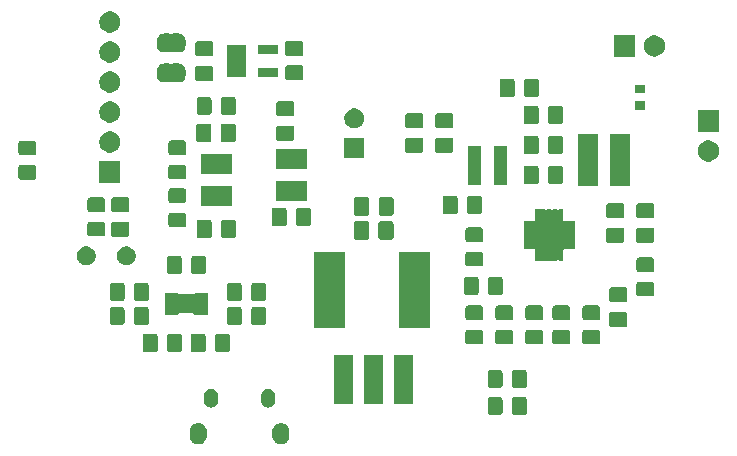
<source format=gbs>
G04 #@! TF.GenerationSoftware,KiCad,Pcbnew,(5.1.6)-1*
G04 #@! TF.CreationDate,2021-01-14T13:32:54+01:00*
G04 #@! TF.ProjectId,Power_module_v1,506f7765-725f-46d6-9f64-756c655f7631,rev?*
G04 #@! TF.SameCoordinates,Original*
G04 #@! TF.FileFunction,Soldermask,Bot*
G04 #@! TF.FilePolarity,Negative*
%FSLAX46Y46*%
G04 Gerber Fmt 4.6, Leading zero omitted, Abs format (unit mm)*
G04 Created by KiCad (PCBNEW (5.1.6)-1) date 2021-01-14 13:32:54*
%MOMM*%
%LPD*%
G01*
G04 APERTURE LIST*
%ADD10C,0.150000*%
G04 APERTURE END LIST*
D10*
G36*
X107831220Y-105586245D02*
G01*
X107968071Y-105627759D01*
X107968074Y-105627760D01*
X108094193Y-105695172D01*
X108204743Y-105785898D01*
X108295468Y-105896446D01*
X108362880Y-106022565D01*
X108362880Y-106022566D01*
X108362881Y-106022568D01*
X108404395Y-106159419D01*
X108414900Y-106266081D01*
X108414900Y-106687398D01*
X108404395Y-106794060D01*
X108373683Y-106895304D01*
X108362880Y-106930916D01*
X108295468Y-107057034D01*
X108204743Y-107167583D01*
X108094194Y-107258308D01*
X107968075Y-107325720D01*
X107968072Y-107325721D01*
X107831221Y-107367235D01*
X107688900Y-107381252D01*
X107546580Y-107367235D01*
X107409729Y-107325721D01*
X107409726Y-107325720D01*
X107283607Y-107258308D01*
X107173058Y-107167583D01*
X107082332Y-107057034D01*
X107014920Y-106930915D01*
X107014919Y-106930912D01*
X106973405Y-106794061D01*
X106962900Y-106687399D01*
X106962900Y-106266082D01*
X106973405Y-106159420D01*
X107014919Y-106022569D01*
X107014920Y-106022566D01*
X107082332Y-105896447D01*
X107173058Y-105785897D01*
X107283606Y-105695172D01*
X107409725Y-105627760D01*
X107409728Y-105627759D01*
X107546579Y-105586245D01*
X107688900Y-105572228D01*
X107831220Y-105586245D01*
G37*
G36*
X114831220Y-105586245D02*
G01*
X114968071Y-105627759D01*
X114968074Y-105627760D01*
X115094193Y-105695172D01*
X115204743Y-105785898D01*
X115295468Y-105896446D01*
X115362880Y-106022565D01*
X115362880Y-106022566D01*
X115362881Y-106022568D01*
X115404395Y-106159419D01*
X115414900Y-106266081D01*
X115414900Y-106687398D01*
X115404395Y-106794060D01*
X115373683Y-106895304D01*
X115362880Y-106930916D01*
X115295468Y-107057034D01*
X115204743Y-107167583D01*
X115094194Y-107258308D01*
X114968075Y-107325720D01*
X114968072Y-107325721D01*
X114831221Y-107367235D01*
X114688900Y-107381252D01*
X114546580Y-107367235D01*
X114409729Y-107325721D01*
X114409726Y-107325720D01*
X114283607Y-107258308D01*
X114173058Y-107167583D01*
X114082332Y-107057034D01*
X114014920Y-106930915D01*
X114014919Y-106930912D01*
X113973405Y-106794061D01*
X113962900Y-106687399D01*
X113962900Y-106266082D01*
X113973405Y-106159420D01*
X114014919Y-106022569D01*
X114014920Y-106022566D01*
X114082332Y-105896447D01*
X114173058Y-105785897D01*
X114283606Y-105695172D01*
X114409725Y-105627760D01*
X114409728Y-105627759D01*
X114546579Y-105586245D01*
X114688900Y-105572228D01*
X114831220Y-105586245D01*
G37*
G36*
X135337674Y-103393465D02*
G01*
X135375367Y-103404899D01*
X135410103Y-103423466D01*
X135440548Y-103448452D01*
X135465534Y-103478897D01*
X135484101Y-103513633D01*
X135495535Y-103551326D01*
X135500000Y-103596661D01*
X135500000Y-104683339D01*
X135495535Y-104728674D01*
X135484101Y-104766367D01*
X135465534Y-104801103D01*
X135440548Y-104831548D01*
X135410103Y-104856534D01*
X135375367Y-104875101D01*
X135337674Y-104886535D01*
X135292339Y-104891000D01*
X134455661Y-104891000D01*
X134410326Y-104886535D01*
X134372633Y-104875101D01*
X134337897Y-104856534D01*
X134307452Y-104831548D01*
X134282466Y-104801103D01*
X134263899Y-104766367D01*
X134252465Y-104728674D01*
X134248000Y-104683339D01*
X134248000Y-103596661D01*
X134252465Y-103551326D01*
X134263899Y-103513633D01*
X134282466Y-103478897D01*
X134307452Y-103448452D01*
X134337897Y-103423466D01*
X134372633Y-103404899D01*
X134410326Y-103393465D01*
X134455661Y-103389000D01*
X135292339Y-103389000D01*
X135337674Y-103393465D01*
G37*
G36*
X133287674Y-103393465D02*
G01*
X133325367Y-103404899D01*
X133360103Y-103423466D01*
X133390548Y-103448452D01*
X133415534Y-103478897D01*
X133434101Y-103513633D01*
X133445535Y-103551326D01*
X133450000Y-103596661D01*
X133450000Y-104683339D01*
X133445535Y-104728674D01*
X133434101Y-104766367D01*
X133415534Y-104801103D01*
X133390548Y-104831548D01*
X133360103Y-104856534D01*
X133325367Y-104875101D01*
X133287674Y-104886535D01*
X133242339Y-104891000D01*
X132405661Y-104891000D01*
X132360326Y-104886535D01*
X132322633Y-104875101D01*
X132287897Y-104856534D01*
X132257452Y-104831548D01*
X132232466Y-104801103D01*
X132213899Y-104766367D01*
X132202465Y-104728674D01*
X132198000Y-104683339D01*
X132198000Y-103596661D01*
X132202465Y-103551326D01*
X132213899Y-103513633D01*
X132232466Y-103478897D01*
X132257452Y-103448452D01*
X132287897Y-103423466D01*
X132322633Y-103404899D01*
X132360326Y-103393465D01*
X132405661Y-103389000D01*
X133242339Y-103389000D01*
X133287674Y-103393465D01*
G37*
G36*
X113726717Y-102684436D02*
G01*
X113840004Y-102718802D01*
X113944411Y-102774609D01*
X113944413Y-102774610D01*
X113944412Y-102774610D01*
X114035927Y-102849713D01*
X114099611Y-102927312D01*
X114111031Y-102941228D01*
X114166838Y-103045635D01*
X114201204Y-103158922D01*
X114209900Y-103247221D01*
X114209900Y-103706258D01*
X114201204Y-103794558D01*
X114166838Y-103907845D01*
X114111031Y-104012252D01*
X114035927Y-104103767D01*
X113944412Y-104178871D01*
X113840005Y-104234678D01*
X113726718Y-104269044D01*
X113608900Y-104280647D01*
X113491083Y-104269044D01*
X113377796Y-104234678D01*
X113273389Y-104178871D01*
X113181874Y-104103767D01*
X113106769Y-104012252D01*
X113050962Y-103907845D01*
X113016596Y-103794558D01*
X113007900Y-103706259D01*
X113007900Y-103247222D01*
X113016596Y-103158923D01*
X113050962Y-103045636D01*
X113106769Y-102941229D01*
X113120238Y-102924817D01*
X113181873Y-102849713D01*
X113273387Y-102774610D01*
X113273386Y-102774610D01*
X113273388Y-102774609D01*
X113377795Y-102718802D01*
X113491082Y-102684436D01*
X113608900Y-102672833D01*
X113726717Y-102684436D01*
G37*
G36*
X108886717Y-102684436D02*
G01*
X109000004Y-102718802D01*
X109104411Y-102774609D01*
X109104413Y-102774610D01*
X109104412Y-102774610D01*
X109195927Y-102849713D01*
X109259611Y-102927312D01*
X109271031Y-102941228D01*
X109326838Y-103045635D01*
X109361204Y-103158922D01*
X109369900Y-103247221D01*
X109369900Y-103706258D01*
X109361204Y-103794558D01*
X109326838Y-103907845D01*
X109271031Y-104012252D01*
X109195927Y-104103767D01*
X109104412Y-104178871D01*
X109000005Y-104234678D01*
X108886718Y-104269044D01*
X108768900Y-104280647D01*
X108651083Y-104269044D01*
X108537796Y-104234678D01*
X108433389Y-104178871D01*
X108341874Y-104103767D01*
X108266769Y-104012252D01*
X108210962Y-103907845D01*
X108176596Y-103794558D01*
X108167900Y-103706259D01*
X108167900Y-103247222D01*
X108176596Y-103158923D01*
X108210962Y-103045636D01*
X108266769Y-102941229D01*
X108280238Y-102924817D01*
X108341873Y-102849713D01*
X108433387Y-102774610D01*
X108433386Y-102774610D01*
X108433388Y-102774609D01*
X108537795Y-102718802D01*
X108651082Y-102684436D01*
X108768900Y-102672833D01*
X108886717Y-102684436D01*
G37*
G36*
X123322280Y-103963420D02*
G01*
X121696280Y-103963420D01*
X121696280Y-99861420D01*
X123322280Y-99861420D01*
X123322280Y-103963420D01*
G37*
G36*
X125862280Y-103963420D02*
G01*
X124236280Y-103963420D01*
X124236280Y-99861420D01*
X125862280Y-99861420D01*
X125862280Y-103963420D01*
G37*
G36*
X120782280Y-103963420D02*
G01*
X119156280Y-103963420D01*
X119156280Y-99861420D01*
X120782280Y-99861420D01*
X120782280Y-103963420D01*
G37*
G36*
X133287674Y-101107465D02*
G01*
X133325367Y-101118899D01*
X133360103Y-101137466D01*
X133390548Y-101162452D01*
X133415534Y-101192897D01*
X133434101Y-101227633D01*
X133445535Y-101265326D01*
X133450000Y-101310661D01*
X133450000Y-102397339D01*
X133445535Y-102442674D01*
X133434101Y-102480367D01*
X133415534Y-102515103D01*
X133390548Y-102545548D01*
X133360103Y-102570534D01*
X133325367Y-102589101D01*
X133287674Y-102600535D01*
X133242339Y-102605000D01*
X132405661Y-102605000D01*
X132360326Y-102600535D01*
X132322633Y-102589101D01*
X132287897Y-102570534D01*
X132257452Y-102545548D01*
X132232466Y-102515103D01*
X132213899Y-102480367D01*
X132202465Y-102442674D01*
X132198000Y-102397339D01*
X132198000Y-101310661D01*
X132202465Y-101265326D01*
X132213899Y-101227633D01*
X132232466Y-101192897D01*
X132257452Y-101162452D01*
X132287897Y-101137466D01*
X132322633Y-101118899D01*
X132360326Y-101107465D01*
X132405661Y-101103000D01*
X133242339Y-101103000D01*
X133287674Y-101107465D01*
G37*
G36*
X135337674Y-101107465D02*
G01*
X135375367Y-101118899D01*
X135410103Y-101137466D01*
X135440548Y-101162452D01*
X135465534Y-101192897D01*
X135484101Y-101227633D01*
X135495535Y-101265326D01*
X135500000Y-101310661D01*
X135500000Y-102397339D01*
X135495535Y-102442674D01*
X135484101Y-102480367D01*
X135465534Y-102515103D01*
X135440548Y-102545548D01*
X135410103Y-102570534D01*
X135375367Y-102589101D01*
X135337674Y-102600535D01*
X135292339Y-102605000D01*
X134455661Y-102605000D01*
X134410326Y-102600535D01*
X134372633Y-102589101D01*
X134337897Y-102570534D01*
X134307452Y-102545548D01*
X134282466Y-102515103D01*
X134263899Y-102480367D01*
X134252465Y-102442674D01*
X134248000Y-102397339D01*
X134248000Y-101310661D01*
X134252465Y-101265326D01*
X134263899Y-101227633D01*
X134282466Y-101192897D01*
X134307452Y-101162452D01*
X134337897Y-101137466D01*
X134372633Y-101118899D01*
X134410326Y-101107465D01*
X134455661Y-101103000D01*
X135292339Y-101103000D01*
X135337674Y-101107465D01*
G37*
G36*
X104087983Y-98034434D02*
G01*
X104125372Y-98045776D01*
X104159826Y-98064191D01*
X104190025Y-98088975D01*
X104214809Y-98119174D01*
X104233224Y-98153628D01*
X104244566Y-98191017D01*
X104249000Y-98236035D01*
X104249000Y-99375965D01*
X104244566Y-99420983D01*
X104233224Y-99458372D01*
X104214809Y-99492826D01*
X104190025Y-99523025D01*
X104159826Y-99547809D01*
X104125372Y-99566224D01*
X104087983Y-99577566D01*
X104042965Y-99582000D01*
X103178035Y-99582000D01*
X103133017Y-99577566D01*
X103095628Y-99566224D01*
X103061174Y-99547809D01*
X103030975Y-99523025D01*
X103006191Y-99492826D01*
X102987776Y-99458372D01*
X102976434Y-99420983D01*
X102972000Y-99375965D01*
X102972000Y-98236035D01*
X102976434Y-98191017D01*
X102987776Y-98153628D01*
X103006191Y-98119174D01*
X103030975Y-98088975D01*
X103061174Y-98064191D01*
X103095628Y-98045776D01*
X103133017Y-98034434D01*
X103178035Y-98030000D01*
X104042965Y-98030000D01*
X104087983Y-98034434D01*
G37*
G36*
X106162983Y-98034434D02*
G01*
X106200372Y-98045776D01*
X106234826Y-98064191D01*
X106265025Y-98088975D01*
X106289809Y-98119174D01*
X106308224Y-98153628D01*
X106319566Y-98191017D01*
X106324000Y-98236035D01*
X106324000Y-99375965D01*
X106319566Y-99420983D01*
X106308224Y-99458372D01*
X106289809Y-99492826D01*
X106265025Y-99523025D01*
X106234826Y-99547809D01*
X106200372Y-99566224D01*
X106162983Y-99577566D01*
X106117965Y-99582000D01*
X105253035Y-99582000D01*
X105208017Y-99577566D01*
X105170628Y-99566224D01*
X105136174Y-99547809D01*
X105105975Y-99523025D01*
X105081191Y-99492826D01*
X105062776Y-99458372D01*
X105051434Y-99420983D01*
X105047000Y-99375965D01*
X105047000Y-98236035D01*
X105051434Y-98191017D01*
X105062776Y-98153628D01*
X105081191Y-98119174D01*
X105105975Y-98088975D01*
X105136174Y-98064191D01*
X105170628Y-98045776D01*
X105208017Y-98034434D01*
X105253035Y-98030000D01*
X106117965Y-98030000D01*
X106162983Y-98034434D01*
G37*
G36*
X108151983Y-98034434D02*
G01*
X108189372Y-98045776D01*
X108223826Y-98064191D01*
X108254025Y-98088975D01*
X108278809Y-98119174D01*
X108297224Y-98153628D01*
X108308566Y-98191017D01*
X108313000Y-98236035D01*
X108313000Y-99375965D01*
X108308566Y-99420983D01*
X108297224Y-99458372D01*
X108278809Y-99492826D01*
X108254025Y-99523025D01*
X108223826Y-99547809D01*
X108189372Y-99566224D01*
X108151983Y-99577566D01*
X108106965Y-99582000D01*
X107242035Y-99582000D01*
X107197017Y-99577566D01*
X107159628Y-99566224D01*
X107125174Y-99547809D01*
X107094975Y-99523025D01*
X107070191Y-99492826D01*
X107051776Y-99458372D01*
X107040434Y-99420983D01*
X107036000Y-99375965D01*
X107036000Y-98236035D01*
X107040434Y-98191017D01*
X107051776Y-98153628D01*
X107070191Y-98119174D01*
X107094975Y-98088975D01*
X107125174Y-98064191D01*
X107159628Y-98045776D01*
X107197017Y-98034434D01*
X107242035Y-98030000D01*
X108106965Y-98030000D01*
X108151983Y-98034434D01*
G37*
G36*
X110226983Y-98034434D02*
G01*
X110264372Y-98045776D01*
X110298826Y-98064191D01*
X110329025Y-98088975D01*
X110353809Y-98119174D01*
X110372224Y-98153628D01*
X110383566Y-98191017D01*
X110388000Y-98236035D01*
X110388000Y-99375965D01*
X110383566Y-99420983D01*
X110372224Y-99458372D01*
X110353809Y-99492826D01*
X110329025Y-99523025D01*
X110298826Y-99547809D01*
X110264372Y-99566224D01*
X110226983Y-99577566D01*
X110181965Y-99582000D01*
X109317035Y-99582000D01*
X109272017Y-99577566D01*
X109234628Y-99566224D01*
X109200174Y-99547809D01*
X109169975Y-99523025D01*
X109145191Y-99492826D01*
X109126776Y-99458372D01*
X109115434Y-99420983D01*
X109111000Y-99375965D01*
X109111000Y-98236035D01*
X109115434Y-98191017D01*
X109126776Y-98153628D01*
X109145191Y-98119174D01*
X109169975Y-98088975D01*
X109200174Y-98064191D01*
X109234628Y-98045776D01*
X109272017Y-98034434D01*
X109317035Y-98030000D01*
X110181965Y-98030000D01*
X110226983Y-98034434D01*
G37*
G36*
X136732674Y-97685465D02*
G01*
X136770367Y-97696899D01*
X136805103Y-97715466D01*
X136835548Y-97740452D01*
X136860534Y-97770897D01*
X136879101Y-97805633D01*
X136890535Y-97843326D01*
X136895000Y-97888661D01*
X136895000Y-98725339D01*
X136890535Y-98770674D01*
X136879101Y-98808367D01*
X136860534Y-98843103D01*
X136835548Y-98873548D01*
X136805103Y-98898534D01*
X136770367Y-98917101D01*
X136732674Y-98928535D01*
X136687339Y-98933000D01*
X135600661Y-98933000D01*
X135555326Y-98928535D01*
X135517633Y-98917101D01*
X135482897Y-98898534D01*
X135452452Y-98873548D01*
X135427466Y-98843103D01*
X135408899Y-98808367D01*
X135397465Y-98770674D01*
X135393000Y-98725339D01*
X135393000Y-97888661D01*
X135397465Y-97843326D01*
X135408899Y-97805633D01*
X135427466Y-97770897D01*
X135452452Y-97740452D01*
X135482897Y-97715466D01*
X135517633Y-97696899D01*
X135555326Y-97685465D01*
X135600661Y-97681000D01*
X136687339Y-97681000D01*
X136732674Y-97685465D01*
G37*
G36*
X141558674Y-97685465D02*
G01*
X141596367Y-97696899D01*
X141631103Y-97715466D01*
X141661548Y-97740452D01*
X141686534Y-97770897D01*
X141705101Y-97805633D01*
X141716535Y-97843326D01*
X141721000Y-97888661D01*
X141721000Y-98725339D01*
X141716535Y-98770674D01*
X141705101Y-98808367D01*
X141686534Y-98843103D01*
X141661548Y-98873548D01*
X141631103Y-98898534D01*
X141596367Y-98917101D01*
X141558674Y-98928535D01*
X141513339Y-98933000D01*
X140426661Y-98933000D01*
X140381326Y-98928535D01*
X140343633Y-98917101D01*
X140308897Y-98898534D01*
X140278452Y-98873548D01*
X140253466Y-98843103D01*
X140234899Y-98808367D01*
X140223465Y-98770674D01*
X140219000Y-98725339D01*
X140219000Y-97888661D01*
X140223465Y-97843326D01*
X140234899Y-97805633D01*
X140253466Y-97770897D01*
X140278452Y-97740452D01*
X140308897Y-97715466D01*
X140343633Y-97696899D01*
X140381326Y-97685465D01*
X140426661Y-97681000D01*
X141513339Y-97681000D01*
X141558674Y-97685465D01*
G37*
G36*
X139018674Y-97685465D02*
G01*
X139056367Y-97696899D01*
X139091103Y-97715466D01*
X139121548Y-97740452D01*
X139146534Y-97770897D01*
X139165101Y-97805633D01*
X139176535Y-97843326D01*
X139181000Y-97888661D01*
X139181000Y-98725339D01*
X139176535Y-98770674D01*
X139165101Y-98808367D01*
X139146534Y-98843103D01*
X139121548Y-98873548D01*
X139091103Y-98898534D01*
X139056367Y-98917101D01*
X139018674Y-98928535D01*
X138973339Y-98933000D01*
X137886661Y-98933000D01*
X137841326Y-98928535D01*
X137803633Y-98917101D01*
X137768897Y-98898534D01*
X137738452Y-98873548D01*
X137713466Y-98843103D01*
X137694899Y-98808367D01*
X137683465Y-98770674D01*
X137679000Y-98725339D01*
X137679000Y-97888661D01*
X137683465Y-97843326D01*
X137694899Y-97805633D01*
X137713466Y-97770897D01*
X137738452Y-97740452D01*
X137768897Y-97715466D01*
X137803633Y-97696899D01*
X137841326Y-97685465D01*
X137886661Y-97681000D01*
X138973339Y-97681000D01*
X139018674Y-97685465D01*
G37*
G36*
X131652674Y-97685465D02*
G01*
X131690367Y-97696899D01*
X131725103Y-97715466D01*
X131755548Y-97740452D01*
X131780534Y-97770897D01*
X131799101Y-97805633D01*
X131810535Y-97843326D01*
X131815000Y-97888661D01*
X131815000Y-98725339D01*
X131810535Y-98770674D01*
X131799101Y-98808367D01*
X131780534Y-98843103D01*
X131755548Y-98873548D01*
X131725103Y-98898534D01*
X131690367Y-98917101D01*
X131652674Y-98928535D01*
X131607339Y-98933000D01*
X130520661Y-98933000D01*
X130475326Y-98928535D01*
X130437633Y-98917101D01*
X130402897Y-98898534D01*
X130372452Y-98873548D01*
X130347466Y-98843103D01*
X130328899Y-98808367D01*
X130317465Y-98770674D01*
X130313000Y-98725339D01*
X130313000Y-97888661D01*
X130317465Y-97843326D01*
X130328899Y-97805633D01*
X130347466Y-97770897D01*
X130372452Y-97740452D01*
X130402897Y-97715466D01*
X130437633Y-97696899D01*
X130475326Y-97685465D01*
X130520661Y-97681000D01*
X131607339Y-97681000D01*
X131652674Y-97685465D01*
G37*
G36*
X134192674Y-97685465D02*
G01*
X134230367Y-97696899D01*
X134265103Y-97715466D01*
X134295548Y-97740452D01*
X134320534Y-97770897D01*
X134339101Y-97805633D01*
X134350535Y-97843326D01*
X134355000Y-97888661D01*
X134355000Y-98725339D01*
X134350535Y-98770674D01*
X134339101Y-98808367D01*
X134320534Y-98843103D01*
X134295548Y-98873548D01*
X134265103Y-98898534D01*
X134230367Y-98917101D01*
X134192674Y-98928535D01*
X134147339Y-98933000D01*
X133060661Y-98933000D01*
X133015326Y-98928535D01*
X132977633Y-98917101D01*
X132942897Y-98898534D01*
X132912452Y-98873548D01*
X132887466Y-98843103D01*
X132868899Y-98808367D01*
X132857465Y-98770674D01*
X132853000Y-98725339D01*
X132853000Y-97888661D01*
X132857465Y-97843326D01*
X132868899Y-97805633D01*
X132887466Y-97770897D01*
X132912452Y-97740452D01*
X132942897Y-97715466D01*
X132977633Y-97696899D01*
X133015326Y-97685465D01*
X133060661Y-97681000D01*
X134147339Y-97681000D01*
X134192674Y-97685465D01*
G37*
G36*
X120085000Y-97506000D02*
G01*
X117483000Y-97506000D01*
X117483000Y-91104000D01*
X120085000Y-91104000D01*
X120085000Y-97506000D01*
G37*
G36*
X127285000Y-97506000D02*
G01*
X124683000Y-97506000D01*
X124683000Y-91104000D01*
X127285000Y-91104000D01*
X127285000Y-97506000D01*
G37*
G36*
X143870983Y-96182934D02*
G01*
X143908372Y-96194276D01*
X143942826Y-96212691D01*
X143973025Y-96237475D01*
X143997809Y-96267674D01*
X144016224Y-96302128D01*
X144027566Y-96339517D01*
X144032000Y-96384535D01*
X144032000Y-97249465D01*
X144027566Y-97294483D01*
X144016224Y-97331872D01*
X143997809Y-97366326D01*
X143973025Y-97396525D01*
X143942826Y-97421309D01*
X143908372Y-97439724D01*
X143870983Y-97451066D01*
X143825965Y-97455500D01*
X142686035Y-97455500D01*
X142641017Y-97451066D01*
X142603628Y-97439724D01*
X142569174Y-97421309D01*
X142538975Y-97396525D01*
X142514191Y-97366326D01*
X142495776Y-97331872D01*
X142484434Y-97294483D01*
X142480000Y-97249465D01*
X142480000Y-96384535D01*
X142484434Y-96339517D01*
X142495776Y-96302128D01*
X142514191Y-96267674D01*
X142538975Y-96237475D01*
X142569174Y-96212691D01*
X142603628Y-96194276D01*
X142641017Y-96182934D01*
X142686035Y-96178500D01*
X143825965Y-96178500D01*
X143870983Y-96182934D01*
G37*
G36*
X103333674Y-95773465D02*
G01*
X103371367Y-95784899D01*
X103406103Y-95803466D01*
X103436548Y-95828452D01*
X103461534Y-95858897D01*
X103480101Y-95893633D01*
X103491535Y-95931326D01*
X103496000Y-95976661D01*
X103496000Y-97063339D01*
X103491535Y-97108674D01*
X103480101Y-97146367D01*
X103461534Y-97181103D01*
X103436548Y-97211548D01*
X103406103Y-97236534D01*
X103371367Y-97255101D01*
X103333674Y-97266535D01*
X103288339Y-97271000D01*
X102451661Y-97271000D01*
X102406326Y-97266535D01*
X102368633Y-97255101D01*
X102333897Y-97236534D01*
X102303452Y-97211548D01*
X102278466Y-97181103D01*
X102259899Y-97146367D01*
X102248465Y-97108674D01*
X102244000Y-97063339D01*
X102244000Y-95976661D01*
X102248465Y-95931326D01*
X102259899Y-95893633D01*
X102278466Y-95858897D01*
X102303452Y-95828452D01*
X102333897Y-95803466D01*
X102368633Y-95784899D01*
X102406326Y-95773465D01*
X102451661Y-95769000D01*
X103288339Y-95769000D01*
X103333674Y-95773465D01*
G37*
G36*
X111207674Y-95773465D02*
G01*
X111245367Y-95784899D01*
X111280103Y-95803466D01*
X111310548Y-95828452D01*
X111335534Y-95858897D01*
X111354101Y-95893633D01*
X111365535Y-95931326D01*
X111370000Y-95976661D01*
X111370000Y-97063339D01*
X111365535Y-97108674D01*
X111354101Y-97146367D01*
X111335534Y-97181103D01*
X111310548Y-97211548D01*
X111280103Y-97236534D01*
X111245367Y-97255101D01*
X111207674Y-97266535D01*
X111162339Y-97271000D01*
X110325661Y-97271000D01*
X110280326Y-97266535D01*
X110242633Y-97255101D01*
X110207897Y-97236534D01*
X110177452Y-97211548D01*
X110152466Y-97181103D01*
X110133899Y-97146367D01*
X110122465Y-97108674D01*
X110118000Y-97063339D01*
X110118000Y-95976661D01*
X110122465Y-95931326D01*
X110133899Y-95893633D01*
X110152466Y-95858897D01*
X110177452Y-95828452D01*
X110207897Y-95803466D01*
X110242633Y-95784899D01*
X110280326Y-95773465D01*
X110325661Y-95769000D01*
X111162339Y-95769000D01*
X111207674Y-95773465D01*
G37*
G36*
X113257674Y-95773465D02*
G01*
X113295367Y-95784899D01*
X113330103Y-95803466D01*
X113360548Y-95828452D01*
X113385534Y-95858897D01*
X113404101Y-95893633D01*
X113415535Y-95931326D01*
X113420000Y-95976661D01*
X113420000Y-97063339D01*
X113415535Y-97108674D01*
X113404101Y-97146367D01*
X113385534Y-97181103D01*
X113360548Y-97211548D01*
X113330103Y-97236534D01*
X113295367Y-97255101D01*
X113257674Y-97266535D01*
X113212339Y-97271000D01*
X112375661Y-97271000D01*
X112330326Y-97266535D01*
X112292633Y-97255101D01*
X112257897Y-97236534D01*
X112227452Y-97211548D01*
X112202466Y-97181103D01*
X112183899Y-97146367D01*
X112172465Y-97108674D01*
X112168000Y-97063339D01*
X112168000Y-95976661D01*
X112172465Y-95931326D01*
X112183899Y-95893633D01*
X112202466Y-95858897D01*
X112227452Y-95828452D01*
X112257897Y-95803466D01*
X112292633Y-95784899D01*
X112330326Y-95773465D01*
X112375661Y-95769000D01*
X113212339Y-95769000D01*
X113257674Y-95773465D01*
G37*
G36*
X101283674Y-95773465D02*
G01*
X101321367Y-95784899D01*
X101356103Y-95803466D01*
X101386548Y-95828452D01*
X101411534Y-95858897D01*
X101430101Y-95893633D01*
X101441535Y-95931326D01*
X101446000Y-95976661D01*
X101446000Y-97063339D01*
X101441535Y-97108674D01*
X101430101Y-97146367D01*
X101411534Y-97181103D01*
X101386548Y-97211548D01*
X101356103Y-97236534D01*
X101321367Y-97255101D01*
X101283674Y-97266535D01*
X101238339Y-97271000D01*
X100401661Y-97271000D01*
X100356326Y-97266535D01*
X100318633Y-97255101D01*
X100283897Y-97236534D01*
X100253452Y-97211548D01*
X100228466Y-97181103D01*
X100209899Y-97146367D01*
X100198465Y-97108674D01*
X100194000Y-97063339D01*
X100194000Y-95976661D01*
X100198465Y-95931326D01*
X100209899Y-95893633D01*
X100228466Y-95858897D01*
X100253452Y-95828452D01*
X100283897Y-95803466D01*
X100318633Y-95784899D01*
X100356326Y-95773465D01*
X100401661Y-95769000D01*
X101238339Y-95769000D01*
X101283674Y-95773465D01*
G37*
G36*
X134192674Y-95635465D02*
G01*
X134230367Y-95646899D01*
X134265103Y-95665466D01*
X134295548Y-95690452D01*
X134320534Y-95720897D01*
X134339101Y-95755633D01*
X134350535Y-95793326D01*
X134355000Y-95838661D01*
X134355000Y-96675339D01*
X134350535Y-96720674D01*
X134339101Y-96758367D01*
X134320534Y-96793103D01*
X134295548Y-96823548D01*
X134265103Y-96848534D01*
X134230367Y-96867101D01*
X134192674Y-96878535D01*
X134147339Y-96883000D01*
X133060661Y-96883000D01*
X133015326Y-96878535D01*
X132977633Y-96867101D01*
X132942897Y-96848534D01*
X132912452Y-96823548D01*
X132887466Y-96793103D01*
X132868899Y-96758367D01*
X132857465Y-96720674D01*
X132853000Y-96675339D01*
X132853000Y-95838661D01*
X132857465Y-95793326D01*
X132868899Y-95755633D01*
X132887466Y-95720897D01*
X132912452Y-95690452D01*
X132942897Y-95665466D01*
X132977633Y-95646899D01*
X133015326Y-95635465D01*
X133060661Y-95631000D01*
X134147339Y-95631000D01*
X134192674Y-95635465D01*
G37*
G36*
X141558674Y-95635465D02*
G01*
X141596367Y-95646899D01*
X141631103Y-95665466D01*
X141661548Y-95690452D01*
X141686534Y-95720897D01*
X141705101Y-95755633D01*
X141716535Y-95793326D01*
X141721000Y-95838661D01*
X141721000Y-96675339D01*
X141716535Y-96720674D01*
X141705101Y-96758367D01*
X141686534Y-96793103D01*
X141661548Y-96823548D01*
X141631103Y-96848534D01*
X141596367Y-96867101D01*
X141558674Y-96878535D01*
X141513339Y-96883000D01*
X140426661Y-96883000D01*
X140381326Y-96878535D01*
X140343633Y-96867101D01*
X140308897Y-96848534D01*
X140278452Y-96823548D01*
X140253466Y-96793103D01*
X140234899Y-96758367D01*
X140223465Y-96720674D01*
X140219000Y-96675339D01*
X140219000Y-95838661D01*
X140223465Y-95793326D01*
X140234899Y-95755633D01*
X140253466Y-95720897D01*
X140278452Y-95690452D01*
X140308897Y-95665466D01*
X140343633Y-95646899D01*
X140381326Y-95635465D01*
X140426661Y-95631000D01*
X141513339Y-95631000D01*
X141558674Y-95635465D01*
G37*
G36*
X139018674Y-95635465D02*
G01*
X139056367Y-95646899D01*
X139091103Y-95665466D01*
X139121548Y-95690452D01*
X139146534Y-95720897D01*
X139165101Y-95755633D01*
X139176535Y-95793326D01*
X139181000Y-95838661D01*
X139181000Y-96675339D01*
X139176535Y-96720674D01*
X139165101Y-96758367D01*
X139146534Y-96793103D01*
X139121548Y-96823548D01*
X139091103Y-96848534D01*
X139056367Y-96867101D01*
X139018674Y-96878535D01*
X138973339Y-96883000D01*
X137886661Y-96883000D01*
X137841326Y-96878535D01*
X137803633Y-96867101D01*
X137768897Y-96848534D01*
X137738452Y-96823548D01*
X137713466Y-96793103D01*
X137694899Y-96758367D01*
X137683465Y-96720674D01*
X137679000Y-96675339D01*
X137679000Y-95838661D01*
X137683465Y-95793326D01*
X137694899Y-95755633D01*
X137713466Y-95720897D01*
X137738452Y-95690452D01*
X137768897Y-95665466D01*
X137803633Y-95646899D01*
X137841326Y-95635465D01*
X137886661Y-95631000D01*
X138973339Y-95631000D01*
X139018674Y-95635465D01*
G37*
G36*
X131652674Y-95635465D02*
G01*
X131690367Y-95646899D01*
X131725103Y-95665466D01*
X131755548Y-95690452D01*
X131780534Y-95720897D01*
X131799101Y-95755633D01*
X131810535Y-95793326D01*
X131815000Y-95838661D01*
X131815000Y-96675339D01*
X131810535Y-96720674D01*
X131799101Y-96758367D01*
X131780534Y-96793103D01*
X131755548Y-96823548D01*
X131725103Y-96848534D01*
X131690367Y-96867101D01*
X131652674Y-96878535D01*
X131607339Y-96883000D01*
X130520661Y-96883000D01*
X130475326Y-96878535D01*
X130437633Y-96867101D01*
X130402897Y-96848534D01*
X130372452Y-96823548D01*
X130347466Y-96793103D01*
X130328899Y-96758367D01*
X130317465Y-96720674D01*
X130313000Y-96675339D01*
X130313000Y-95838661D01*
X130317465Y-95793326D01*
X130328899Y-95755633D01*
X130347466Y-95720897D01*
X130372452Y-95690452D01*
X130402897Y-95665466D01*
X130437633Y-95646899D01*
X130475326Y-95635465D01*
X130520661Y-95631000D01*
X131607339Y-95631000D01*
X131652674Y-95635465D01*
G37*
G36*
X136732674Y-95635465D02*
G01*
X136770367Y-95646899D01*
X136805103Y-95665466D01*
X136835548Y-95690452D01*
X136860534Y-95720897D01*
X136879101Y-95755633D01*
X136890535Y-95793326D01*
X136895000Y-95838661D01*
X136895000Y-96675339D01*
X136890535Y-96720674D01*
X136879101Y-96758367D01*
X136860534Y-96793103D01*
X136835548Y-96823548D01*
X136805103Y-96848534D01*
X136770367Y-96867101D01*
X136732674Y-96878535D01*
X136687339Y-96883000D01*
X135600661Y-96883000D01*
X135555326Y-96878535D01*
X135517633Y-96867101D01*
X135482897Y-96848534D01*
X135452452Y-96823548D01*
X135427466Y-96793103D01*
X135408899Y-96758367D01*
X135397465Y-96720674D01*
X135393000Y-96675339D01*
X135393000Y-95838661D01*
X135397465Y-95793326D01*
X135408899Y-95755633D01*
X135427466Y-95720897D01*
X135452452Y-95690452D01*
X135482897Y-95665466D01*
X135517633Y-95646899D01*
X135555326Y-95635465D01*
X135600661Y-95631000D01*
X136687339Y-95631000D01*
X136732674Y-95635465D01*
G37*
G36*
X105981000Y-94578001D02*
G01*
X105983402Y-94602387D01*
X105990515Y-94625836D01*
X106002066Y-94647447D01*
X106017611Y-94666389D01*
X106036553Y-94681934D01*
X106058164Y-94693485D01*
X106081613Y-94700598D01*
X106105999Y-94703000D01*
X107254001Y-94703000D01*
X107278387Y-94700598D01*
X107301836Y-94693485D01*
X107323447Y-94681934D01*
X107342389Y-94666389D01*
X107357934Y-94647447D01*
X107369485Y-94625836D01*
X107376598Y-94602387D01*
X107379000Y-94578001D01*
X107379000Y-94553000D01*
X108481000Y-94553000D01*
X108481000Y-96455000D01*
X107379000Y-96455000D01*
X107379000Y-96429999D01*
X107376598Y-96405613D01*
X107369485Y-96382164D01*
X107357934Y-96360553D01*
X107342389Y-96341611D01*
X107323447Y-96326066D01*
X107301836Y-96314515D01*
X107278387Y-96307402D01*
X107254001Y-96305000D01*
X106105999Y-96305000D01*
X106081613Y-96307402D01*
X106058164Y-96314515D01*
X106036553Y-96326066D01*
X106017611Y-96341611D01*
X106002066Y-96360553D01*
X105990515Y-96382164D01*
X105983402Y-96405613D01*
X105981000Y-96429999D01*
X105981000Y-96455000D01*
X104879000Y-96455000D01*
X104879000Y-94553000D01*
X105981000Y-94553000D01*
X105981000Y-94578001D01*
G37*
G36*
X143870983Y-94107934D02*
G01*
X143908372Y-94119276D01*
X143942826Y-94137691D01*
X143973025Y-94162475D01*
X143997809Y-94192674D01*
X144016224Y-94227128D01*
X144027566Y-94264517D01*
X144032000Y-94309535D01*
X144032000Y-95174465D01*
X144027566Y-95219483D01*
X144016224Y-95256872D01*
X143997809Y-95291326D01*
X143973025Y-95321525D01*
X143942826Y-95346309D01*
X143908372Y-95364724D01*
X143870983Y-95376066D01*
X143825965Y-95380500D01*
X142686035Y-95380500D01*
X142641017Y-95376066D01*
X142603628Y-95364724D01*
X142569174Y-95346309D01*
X142538975Y-95321525D01*
X142514191Y-95291326D01*
X142495776Y-95256872D01*
X142484434Y-95219483D01*
X142480000Y-95174465D01*
X142480000Y-94309535D01*
X142484434Y-94264517D01*
X142495776Y-94227128D01*
X142514191Y-94192674D01*
X142538975Y-94162475D01*
X142569174Y-94137691D01*
X142603628Y-94119276D01*
X142641017Y-94107934D01*
X142686035Y-94103500D01*
X143825965Y-94103500D01*
X143870983Y-94107934D01*
G37*
G36*
X113257674Y-93741465D02*
G01*
X113295367Y-93752899D01*
X113330103Y-93771466D01*
X113360548Y-93796452D01*
X113385534Y-93826897D01*
X113404101Y-93861633D01*
X113415535Y-93899326D01*
X113420000Y-93944661D01*
X113420000Y-95031339D01*
X113415535Y-95076674D01*
X113404101Y-95114367D01*
X113385534Y-95149103D01*
X113360548Y-95179548D01*
X113330103Y-95204534D01*
X113295367Y-95223101D01*
X113257674Y-95234535D01*
X113212339Y-95239000D01*
X112375661Y-95239000D01*
X112330326Y-95234535D01*
X112292633Y-95223101D01*
X112257897Y-95204534D01*
X112227452Y-95179548D01*
X112202466Y-95149103D01*
X112183899Y-95114367D01*
X112172465Y-95076674D01*
X112168000Y-95031339D01*
X112168000Y-93944661D01*
X112172465Y-93899326D01*
X112183899Y-93861633D01*
X112202466Y-93826897D01*
X112227452Y-93796452D01*
X112257897Y-93771466D01*
X112292633Y-93752899D01*
X112330326Y-93741465D01*
X112375661Y-93737000D01*
X113212339Y-93737000D01*
X113257674Y-93741465D01*
G37*
G36*
X111207674Y-93741465D02*
G01*
X111245367Y-93752899D01*
X111280103Y-93771466D01*
X111310548Y-93796452D01*
X111335534Y-93826897D01*
X111354101Y-93861633D01*
X111365535Y-93899326D01*
X111370000Y-93944661D01*
X111370000Y-95031339D01*
X111365535Y-95076674D01*
X111354101Y-95114367D01*
X111335534Y-95149103D01*
X111310548Y-95179548D01*
X111280103Y-95204534D01*
X111245367Y-95223101D01*
X111207674Y-95234535D01*
X111162339Y-95239000D01*
X110325661Y-95239000D01*
X110280326Y-95234535D01*
X110242633Y-95223101D01*
X110207897Y-95204534D01*
X110177452Y-95179548D01*
X110152466Y-95149103D01*
X110133899Y-95114367D01*
X110122465Y-95076674D01*
X110118000Y-95031339D01*
X110118000Y-93944661D01*
X110122465Y-93899326D01*
X110133899Y-93861633D01*
X110152466Y-93826897D01*
X110177452Y-93796452D01*
X110207897Y-93771466D01*
X110242633Y-93752899D01*
X110280326Y-93741465D01*
X110325661Y-93737000D01*
X111162339Y-93737000D01*
X111207674Y-93741465D01*
G37*
G36*
X103342674Y-93741465D02*
G01*
X103380367Y-93752899D01*
X103415103Y-93771466D01*
X103445548Y-93796452D01*
X103470534Y-93826897D01*
X103489101Y-93861633D01*
X103500535Y-93899326D01*
X103505000Y-93944661D01*
X103505000Y-95031339D01*
X103500535Y-95076674D01*
X103489101Y-95114367D01*
X103470534Y-95149103D01*
X103445548Y-95179548D01*
X103415103Y-95204534D01*
X103380367Y-95223101D01*
X103342674Y-95234535D01*
X103297339Y-95239000D01*
X102460661Y-95239000D01*
X102415326Y-95234535D01*
X102377633Y-95223101D01*
X102342897Y-95204534D01*
X102312452Y-95179548D01*
X102287466Y-95149103D01*
X102268899Y-95114367D01*
X102257465Y-95076674D01*
X102253000Y-95031339D01*
X102253000Y-93944661D01*
X102257465Y-93899326D01*
X102268899Y-93861633D01*
X102287466Y-93826897D01*
X102312452Y-93796452D01*
X102342897Y-93771466D01*
X102377633Y-93752899D01*
X102415326Y-93741465D01*
X102460661Y-93737000D01*
X103297339Y-93737000D01*
X103342674Y-93741465D01*
G37*
G36*
X101292674Y-93741465D02*
G01*
X101330367Y-93752899D01*
X101365103Y-93771466D01*
X101395548Y-93796452D01*
X101420534Y-93826897D01*
X101439101Y-93861633D01*
X101450535Y-93899326D01*
X101455000Y-93944661D01*
X101455000Y-95031339D01*
X101450535Y-95076674D01*
X101439101Y-95114367D01*
X101420534Y-95149103D01*
X101395548Y-95179548D01*
X101365103Y-95204534D01*
X101330367Y-95223101D01*
X101292674Y-95234535D01*
X101247339Y-95239000D01*
X100410661Y-95239000D01*
X100365326Y-95234535D01*
X100327633Y-95223101D01*
X100292897Y-95204534D01*
X100262452Y-95179548D01*
X100237466Y-95149103D01*
X100218899Y-95114367D01*
X100207465Y-95076674D01*
X100203000Y-95031339D01*
X100203000Y-93944661D01*
X100207465Y-93899326D01*
X100218899Y-93861633D01*
X100237466Y-93826897D01*
X100262452Y-93796452D01*
X100292897Y-93771466D01*
X100327633Y-93752899D01*
X100365326Y-93741465D01*
X100410661Y-93737000D01*
X101247339Y-93737000D01*
X101292674Y-93741465D01*
G37*
G36*
X146130674Y-93621465D02*
G01*
X146168367Y-93632899D01*
X146203103Y-93651466D01*
X146233548Y-93676452D01*
X146258534Y-93706897D01*
X146277101Y-93741633D01*
X146288535Y-93779326D01*
X146293000Y-93824661D01*
X146293000Y-94661339D01*
X146288535Y-94706674D01*
X146277101Y-94744367D01*
X146258534Y-94779103D01*
X146233548Y-94809548D01*
X146203103Y-94834534D01*
X146168367Y-94853101D01*
X146130674Y-94864535D01*
X146085339Y-94869000D01*
X144998661Y-94869000D01*
X144953326Y-94864535D01*
X144915633Y-94853101D01*
X144880897Y-94834534D01*
X144850452Y-94809548D01*
X144825466Y-94779103D01*
X144806899Y-94744367D01*
X144795465Y-94706674D01*
X144791000Y-94661339D01*
X144791000Y-93824661D01*
X144795465Y-93779326D01*
X144806899Y-93741633D01*
X144825466Y-93706897D01*
X144850452Y-93676452D01*
X144880897Y-93651466D01*
X144915633Y-93632899D01*
X144953326Y-93621465D01*
X144998661Y-93617000D01*
X146085339Y-93617000D01*
X146130674Y-93621465D01*
G37*
G36*
X133314674Y-93233465D02*
G01*
X133352367Y-93244899D01*
X133387103Y-93263466D01*
X133417548Y-93288452D01*
X133442534Y-93318897D01*
X133461101Y-93353633D01*
X133472535Y-93391326D01*
X133477000Y-93436661D01*
X133477000Y-94523339D01*
X133472535Y-94568674D01*
X133461101Y-94606367D01*
X133442534Y-94641103D01*
X133417548Y-94671548D01*
X133387103Y-94696534D01*
X133352367Y-94715101D01*
X133314674Y-94726535D01*
X133269339Y-94731000D01*
X132432661Y-94731000D01*
X132387326Y-94726535D01*
X132349633Y-94715101D01*
X132314897Y-94696534D01*
X132284452Y-94671548D01*
X132259466Y-94641103D01*
X132240899Y-94606367D01*
X132229465Y-94568674D01*
X132225000Y-94523339D01*
X132225000Y-93436661D01*
X132229465Y-93391326D01*
X132240899Y-93353633D01*
X132259466Y-93318897D01*
X132284452Y-93288452D01*
X132314897Y-93263466D01*
X132349633Y-93244899D01*
X132387326Y-93233465D01*
X132432661Y-93229000D01*
X133269339Y-93229000D01*
X133314674Y-93233465D01*
G37*
G36*
X131264674Y-93233465D02*
G01*
X131302367Y-93244899D01*
X131337103Y-93263466D01*
X131367548Y-93288452D01*
X131392534Y-93318897D01*
X131411101Y-93353633D01*
X131422535Y-93391326D01*
X131427000Y-93436661D01*
X131427000Y-94523339D01*
X131422535Y-94568674D01*
X131411101Y-94606367D01*
X131392534Y-94641103D01*
X131367548Y-94671548D01*
X131337103Y-94696534D01*
X131302367Y-94715101D01*
X131264674Y-94726535D01*
X131219339Y-94731000D01*
X130382661Y-94731000D01*
X130337326Y-94726535D01*
X130299633Y-94715101D01*
X130264897Y-94696534D01*
X130234452Y-94671548D01*
X130209466Y-94641103D01*
X130190899Y-94606367D01*
X130179465Y-94568674D01*
X130175000Y-94523339D01*
X130175000Y-93436661D01*
X130179465Y-93391326D01*
X130190899Y-93353633D01*
X130209466Y-93318897D01*
X130234452Y-93288452D01*
X130264897Y-93263466D01*
X130299633Y-93244899D01*
X130337326Y-93233465D01*
X130382661Y-93229000D01*
X131219339Y-93229000D01*
X131264674Y-93233465D01*
G37*
G36*
X106127674Y-91455465D02*
G01*
X106165367Y-91466899D01*
X106200103Y-91485466D01*
X106230548Y-91510452D01*
X106255534Y-91540897D01*
X106274101Y-91575633D01*
X106285535Y-91613326D01*
X106290000Y-91658661D01*
X106290000Y-92745339D01*
X106285535Y-92790674D01*
X106274101Y-92828367D01*
X106255534Y-92863103D01*
X106230548Y-92893548D01*
X106200103Y-92918534D01*
X106165367Y-92937101D01*
X106127674Y-92948535D01*
X106082339Y-92953000D01*
X105245661Y-92953000D01*
X105200326Y-92948535D01*
X105162633Y-92937101D01*
X105127897Y-92918534D01*
X105097452Y-92893548D01*
X105072466Y-92863103D01*
X105053899Y-92828367D01*
X105042465Y-92790674D01*
X105038000Y-92745339D01*
X105038000Y-91658661D01*
X105042465Y-91613326D01*
X105053899Y-91575633D01*
X105072466Y-91540897D01*
X105097452Y-91510452D01*
X105127897Y-91485466D01*
X105162633Y-91466899D01*
X105200326Y-91455465D01*
X105245661Y-91451000D01*
X106082339Y-91451000D01*
X106127674Y-91455465D01*
G37*
G36*
X108177674Y-91455465D02*
G01*
X108215367Y-91466899D01*
X108250103Y-91485466D01*
X108280548Y-91510452D01*
X108305534Y-91540897D01*
X108324101Y-91575633D01*
X108335535Y-91613326D01*
X108340000Y-91658661D01*
X108340000Y-92745339D01*
X108335535Y-92790674D01*
X108324101Y-92828367D01*
X108305534Y-92863103D01*
X108280548Y-92893548D01*
X108250103Y-92918534D01*
X108215367Y-92937101D01*
X108177674Y-92948535D01*
X108132339Y-92953000D01*
X107295661Y-92953000D01*
X107250326Y-92948535D01*
X107212633Y-92937101D01*
X107177897Y-92918534D01*
X107147452Y-92893548D01*
X107122466Y-92863103D01*
X107103899Y-92828367D01*
X107092465Y-92790674D01*
X107088000Y-92745339D01*
X107088000Y-91658661D01*
X107092465Y-91613326D01*
X107103899Y-91575633D01*
X107122466Y-91540897D01*
X107147452Y-91510452D01*
X107177897Y-91485466D01*
X107212633Y-91466899D01*
X107250326Y-91455465D01*
X107295661Y-91451000D01*
X108132339Y-91451000D01*
X108177674Y-91455465D01*
G37*
G36*
X146130674Y-91571465D02*
G01*
X146168367Y-91582899D01*
X146203103Y-91601466D01*
X146233548Y-91626452D01*
X146258534Y-91656897D01*
X146277101Y-91691633D01*
X146288535Y-91729326D01*
X146293000Y-91774661D01*
X146293000Y-92611339D01*
X146288535Y-92656674D01*
X146277101Y-92694367D01*
X146258534Y-92729103D01*
X146233548Y-92759548D01*
X146203103Y-92784534D01*
X146168367Y-92803101D01*
X146130674Y-92814535D01*
X146085339Y-92819000D01*
X144998661Y-92819000D01*
X144953326Y-92814535D01*
X144915633Y-92803101D01*
X144880897Y-92784534D01*
X144850452Y-92759548D01*
X144825466Y-92729103D01*
X144806899Y-92694367D01*
X144795465Y-92656674D01*
X144791000Y-92611339D01*
X144791000Y-91774661D01*
X144795465Y-91729326D01*
X144806899Y-91691633D01*
X144825466Y-91656897D01*
X144850452Y-91626452D01*
X144880897Y-91601466D01*
X144915633Y-91582899D01*
X144953326Y-91571465D01*
X144998661Y-91567000D01*
X146085339Y-91567000D01*
X146130674Y-91571465D01*
G37*
G36*
X131652674Y-91081465D02*
G01*
X131690367Y-91092899D01*
X131725103Y-91111466D01*
X131755548Y-91136452D01*
X131780534Y-91166897D01*
X131799101Y-91201633D01*
X131810535Y-91239326D01*
X131815000Y-91284661D01*
X131815000Y-92121339D01*
X131810535Y-92166674D01*
X131799101Y-92204367D01*
X131780534Y-92239103D01*
X131755548Y-92269548D01*
X131725103Y-92294534D01*
X131690367Y-92313101D01*
X131652674Y-92324535D01*
X131607339Y-92329000D01*
X130520661Y-92329000D01*
X130475326Y-92324535D01*
X130437633Y-92313101D01*
X130402897Y-92294534D01*
X130372452Y-92269548D01*
X130347466Y-92239103D01*
X130328899Y-92204367D01*
X130317465Y-92166674D01*
X130313000Y-92121339D01*
X130313000Y-91284661D01*
X130317465Y-91239326D01*
X130328899Y-91201633D01*
X130347466Y-91166897D01*
X130372452Y-91136452D01*
X130402897Y-91111466D01*
X130437633Y-91092899D01*
X130475326Y-91081465D01*
X130520661Y-91077000D01*
X131607339Y-91077000D01*
X131652674Y-91081465D01*
G37*
G36*
X98433642Y-90669781D02*
G01*
X98537981Y-90713000D01*
X98579416Y-90730163D01*
X98710608Y-90817822D01*
X98822178Y-90929392D01*
X98844633Y-90962999D01*
X98909838Y-91060586D01*
X98970219Y-91206358D01*
X99001000Y-91361107D01*
X99001000Y-91518893D01*
X98970219Y-91673642D01*
X98912816Y-91812225D01*
X98909837Y-91819416D01*
X98822178Y-91950608D01*
X98710608Y-92062178D01*
X98579416Y-92149837D01*
X98579415Y-92149838D01*
X98579414Y-92149838D01*
X98433642Y-92210219D01*
X98278893Y-92241000D01*
X98121107Y-92241000D01*
X97966358Y-92210219D01*
X97820586Y-92149838D01*
X97820585Y-92149838D01*
X97820584Y-92149837D01*
X97689392Y-92062178D01*
X97577822Y-91950608D01*
X97490163Y-91819416D01*
X97487184Y-91812225D01*
X97429781Y-91673642D01*
X97399000Y-91518893D01*
X97399000Y-91361107D01*
X97429781Y-91206358D01*
X97490162Y-91060586D01*
X97555367Y-90962999D01*
X97577822Y-90929392D01*
X97689392Y-90817822D01*
X97820584Y-90730163D01*
X97862019Y-90713000D01*
X97966358Y-90669781D01*
X98121107Y-90639000D01*
X98278893Y-90639000D01*
X98433642Y-90669781D01*
G37*
G36*
X101833642Y-90669781D02*
G01*
X101937981Y-90713000D01*
X101979416Y-90730163D01*
X102110608Y-90817822D01*
X102222178Y-90929392D01*
X102244633Y-90962999D01*
X102309838Y-91060586D01*
X102370219Y-91206358D01*
X102401000Y-91361107D01*
X102401000Y-91518893D01*
X102370219Y-91673642D01*
X102312816Y-91812225D01*
X102309837Y-91819416D01*
X102222178Y-91950608D01*
X102110608Y-92062178D01*
X101979416Y-92149837D01*
X101979415Y-92149838D01*
X101979414Y-92149838D01*
X101833642Y-92210219D01*
X101678893Y-92241000D01*
X101521107Y-92241000D01*
X101366358Y-92210219D01*
X101220586Y-92149838D01*
X101220585Y-92149838D01*
X101220584Y-92149837D01*
X101089392Y-92062178D01*
X100977822Y-91950608D01*
X100890163Y-91819416D01*
X100887184Y-91812225D01*
X100829781Y-91673642D01*
X100799000Y-91518893D01*
X100799000Y-91361107D01*
X100829781Y-91206358D01*
X100890162Y-91060586D01*
X100955367Y-90962999D01*
X100977822Y-90929392D01*
X101089392Y-90817822D01*
X101220584Y-90730163D01*
X101262019Y-90713000D01*
X101366358Y-90669781D01*
X101521107Y-90639000D01*
X101678893Y-90639000D01*
X101833642Y-90669781D01*
G37*
G36*
X136569355Y-87487083D02*
G01*
X136574029Y-87488501D01*
X136578330Y-87490800D01*
X136584702Y-87496029D01*
X136605076Y-87509643D01*
X136627715Y-87519020D01*
X136651749Y-87523800D01*
X136676253Y-87523800D01*
X136700286Y-87519019D01*
X136722925Y-87509642D01*
X136743298Y-87496029D01*
X136749670Y-87490800D01*
X136753971Y-87488501D01*
X136758645Y-87487083D01*
X136769641Y-87486000D01*
X137058359Y-87486000D01*
X137069355Y-87487083D01*
X137074029Y-87488501D01*
X137078330Y-87490800D01*
X137084702Y-87496029D01*
X137105076Y-87509643D01*
X137127715Y-87519020D01*
X137151749Y-87523800D01*
X137176253Y-87523800D01*
X137200286Y-87519019D01*
X137222925Y-87509642D01*
X137243298Y-87496029D01*
X137249670Y-87490800D01*
X137253971Y-87488501D01*
X137258645Y-87487083D01*
X137269641Y-87486000D01*
X137558359Y-87486000D01*
X137569355Y-87487083D01*
X137574029Y-87488501D01*
X137578330Y-87490800D01*
X137584702Y-87496029D01*
X137605076Y-87509643D01*
X137627715Y-87519020D01*
X137651749Y-87523800D01*
X137676253Y-87523800D01*
X137700286Y-87519019D01*
X137722925Y-87509642D01*
X137743298Y-87496029D01*
X137749670Y-87490800D01*
X137753971Y-87488501D01*
X137758645Y-87487083D01*
X137769641Y-87486000D01*
X138058359Y-87486000D01*
X138069355Y-87487083D01*
X138074029Y-87488501D01*
X138078330Y-87490800D01*
X138084702Y-87496029D01*
X138105076Y-87509643D01*
X138127715Y-87519020D01*
X138151749Y-87523800D01*
X138176253Y-87523800D01*
X138200286Y-87519019D01*
X138222925Y-87509642D01*
X138243298Y-87496029D01*
X138249670Y-87490800D01*
X138253971Y-87488501D01*
X138258645Y-87487083D01*
X138269641Y-87486000D01*
X138558359Y-87486000D01*
X138569355Y-87487083D01*
X138574029Y-87488501D01*
X138578331Y-87490800D01*
X138582104Y-87493896D01*
X138585200Y-87497669D01*
X138587499Y-87501971D01*
X138588917Y-87506645D01*
X138590000Y-87517641D01*
X138590000Y-88361001D01*
X138592402Y-88385387D01*
X138599515Y-88408836D01*
X138611066Y-88430447D01*
X138626611Y-88449389D01*
X138645553Y-88464934D01*
X138667164Y-88476485D01*
X138690613Y-88483598D01*
X138714999Y-88486000D01*
X139558359Y-88486000D01*
X139569355Y-88487083D01*
X139574029Y-88488501D01*
X139578331Y-88490800D01*
X139582104Y-88493896D01*
X139585200Y-88497669D01*
X139587499Y-88501971D01*
X139588917Y-88506645D01*
X139590000Y-88517641D01*
X139590000Y-88806359D01*
X139588917Y-88817355D01*
X139587499Y-88822029D01*
X139585200Y-88826330D01*
X139579971Y-88832702D01*
X139566357Y-88853076D01*
X139556980Y-88875715D01*
X139552200Y-88899749D01*
X139552200Y-88924253D01*
X139556981Y-88948286D01*
X139566358Y-88970925D01*
X139579971Y-88991298D01*
X139585200Y-88997670D01*
X139587499Y-89001971D01*
X139588917Y-89006645D01*
X139590000Y-89017641D01*
X139590000Y-89306359D01*
X139588917Y-89317355D01*
X139587499Y-89322029D01*
X139585200Y-89326330D01*
X139579971Y-89332702D01*
X139566357Y-89353076D01*
X139556980Y-89375715D01*
X139552200Y-89399749D01*
X139552200Y-89424253D01*
X139556981Y-89448286D01*
X139566358Y-89470925D01*
X139579971Y-89491298D01*
X139585200Y-89497670D01*
X139587499Y-89501971D01*
X139588917Y-89506645D01*
X139590000Y-89517641D01*
X139590000Y-89806359D01*
X139588917Y-89817355D01*
X139587499Y-89822029D01*
X139585200Y-89826330D01*
X139579971Y-89832702D01*
X139566357Y-89853076D01*
X139556980Y-89875715D01*
X139552200Y-89899749D01*
X139552200Y-89924253D01*
X139556981Y-89948286D01*
X139566358Y-89970925D01*
X139579971Y-89991298D01*
X139585200Y-89997670D01*
X139587499Y-90001971D01*
X139588917Y-90006645D01*
X139590000Y-90017641D01*
X139590000Y-90306359D01*
X139588917Y-90317355D01*
X139587499Y-90322029D01*
X139585200Y-90326330D01*
X139579971Y-90332702D01*
X139566357Y-90353076D01*
X139556980Y-90375715D01*
X139552200Y-90399749D01*
X139552200Y-90424253D01*
X139556981Y-90448286D01*
X139566358Y-90470925D01*
X139579971Y-90491298D01*
X139585200Y-90497670D01*
X139587499Y-90501971D01*
X139588917Y-90506645D01*
X139590000Y-90517641D01*
X139590000Y-90806359D01*
X139588917Y-90817355D01*
X139587499Y-90822029D01*
X139585200Y-90826331D01*
X139582104Y-90830104D01*
X139578331Y-90833200D01*
X139574029Y-90835499D01*
X139569355Y-90836917D01*
X139558359Y-90838000D01*
X138714999Y-90838000D01*
X138690613Y-90840402D01*
X138667164Y-90847515D01*
X138645553Y-90859066D01*
X138626611Y-90874611D01*
X138611066Y-90893553D01*
X138599515Y-90915164D01*
X138592402Y-90938613D01*
X138590000Y-90962999D01*
X138590000Y-91806359D01*
X138588917Y-91817355D01*
X138587499Y-91822029D01*
X138585200Y-91826331D01*
X138582104Y-91830104D01*
X138578331Y-91833200D01*
X138574029Y-91835499D01*
X138569355Y-91836917D01*
X138558359Y-91838000D01*
X138269641Y-91838000D01*
X138258645Y-91836917D01*
X138253971Y-91835499D01*
X138249670Y-91833200D01*
X138243298Y-91827971D01*
X138222924Y-91814357D01*
X138200285Y-91804980D01*
X138176251Y-91800200D01*
X138151747Y-91800200D01*
X138127714Y-91804981D01*
X138105075Y-91814358D01*
X138084702Y-91827971D01*
X138078330Y-91833200D01*
X138074029Y-91835499D01*
X138069355Y-91836917D01*
X138058359Y-91838000D01*
X137769641Y-91838000D01*
X137758645Y-91836917D01*
X137753971Y-91835499D01*
X137749670Y-91833200D01*
X137743298Y-91827971D01*
X137722924Y-91814357D01*
X137700285Y-91804980D01*
X137676251Y-91800200D01*
X137651747Y-91800200D01*
X137627714Y-91804981D01*
X137605075Y-91814358D01*
X137584702Y-91827971D01*
X137578330Y-91833200D01*
X137574029Y-91835499D01*
X137569355Y-91836917D01*
X137558359Y-91838000D01*
X137269641Y-91838000D01*
X137258645Y-91836917D01*
X137253971Y-91835499D01*
X137249670Y-91833200D01*
X137243298Y-91827971D01*
X137222924Y-91814357D01*
X137200285Y-91804980D01*
X137176251Y-91800200D01*
X137151747Y-91800200D01*
X137127714Y-91804981D01*
X137105075Y-91814358D01*
X137084702Y-91827971D01*
X137078330Y-91833200D01*
X137074029Y-91835499D01*
X137069355Y-91836917D01*
X137058359Y-91838000D01*
X136769641Y-91838000D01*
X136758645Y-91836917D01*
X136753971Y-91835499D01*
X136749670Y-91833200D01*
X136743298Y-91827971D01*
X136722924Y-91814357D01*
X136700285Y-91804980D01*
X136676251Y-91800200D01*
X136651747Y-91800200D01*
X136627714Y-91804981D01*
X136605075Y-91814358D01*
X136584702Y-91827971D01*
X136578330Y-91833200D01*
X136574029Y-91835499D01*
X136569355Y-91836917D01*
X136558359Y-91838000D01*
X136269641Y-91838000D01*
X136258645Y-91836917D01*
X136253971Y-91835499D01*
X136249669Y-91833200D01*
X136245896Y-91830104D01*
X136242800Y-91826331D01*
X136240501Y-91822029D01*
X136239083Y-91817355D01*
X136238000Y-91806359D01*
X136238000Y-90962999D01*
X136235598Y-90938613D01*
X136228485Y-90915164D01*
X136216934Y-90893553D01*
X136201389Y-90874611D01*
X136182447Y-90859066D01*
X136160836Y-90847515D01*
X136137387Y-90840402D01*
X136113001Y-90838000D01*
X135269641Y-90838000D01*
X135258645Y-90836917D01*
X135253971Y-90835499D01*
X135249669Y-90833200D01*
X135245896Y-90830104D01*
X135242800Y-90826331D01*
X135240501Y-90822029D01*
X135239083Y-90817355D01*
X135238000Y-90806359D01*
X135238000Y-90517641D01*
X135239083Y-90506645D01*
X135240501Y-90501971D01*
X135242800Y-90497670D01*
X135248029Y-90491298D01*
X135261643Y-90470924D01*
X135271020Y-90448285D01*
X135275800Y-90424251D01*
X135275800Y-90399747D01*
X135271019Y-90375714D01*
X135261642Y-90353075D01*
X135248029Y-90332702D01*
X135242800Y-90326330D01*
X135240501Y-90322029D01*
X135239083Y-90317355D01*
X135238000Y-90306359D01*
X135238000Y-90017641D01*
X135239083Y-90006645D01*
X135240501Y-90001971D01*
X135242800Y-89997670D01*
X135248029Y-89991298D01*
X135261643Y-89970924D01*
X135271020Y-89948285D01*
X135275800Y-89924251D01*
X135275800Y-89899747D01*
X135271019Y-89875714D01*
X135261642Y-89853075D01*
X135248029Y-89832702D01*
X135242800Y-89826330D01*
X135240501Y-89822029D01*
X135239083Y-89817355D01*
X135238000Y-89806359D01*
X135238000Y-89517641D01*
X135239083Y-89506645D01*
X135240501Y-89501971D01*
X135242800Y-89497670D01*
X135248029Y-89491298D01*
X135261643Y-89470924D01*
X135271020Y-89448285D01*
X135275800Y-89424251D01*
X135275800Y-89399747D01*
X135271019Y-89375714D01*
X135261642Y-89353075D01*
X135248029Y-89332702D01*
X135242800Y-89326330D01*
X135240501Y-89322029D01*
X135239083Y-89317355D01*
X135238000Y-89306359D01*
X135238000Y-89017641D01*
X135239083Y-89006645D01*
X135240501Y-89001971D01*
X135242800Y-88997670D01*
X135248029Y-88991298D01*
X135261643Y-88970924D01*
X135271020Y-88948285D01*
X135275800Y-88924251D01*
X135275800Y-88899747D01*
X135271019Y-88875714D01*
X135261642Y-88853075D01*
X135248029Y-88832702D01*
X135242800Y-88826330D01*
X135240501Y-88822029D01*
X135239083Y-88817355D01*
X135238000Y-88806359D01*
X135238000Y-88517641D01*
X135239083Y-88506645D01*
X135240501Y-88501971D01*
X135242800Y-88497669D01*
X135245896Y-88493896D01*
X135249669Y-88490800D01*
X135253971Y-88488501D01*
X135258645Y-88487083D01*
X135269641Y-88486000D01*
X136113001Y-88486000D01*
X136137387Y-88483598D01*
X136160836Y-88476485D01*
X136182447Y-88464934D01*
X136201389Y-88449389D01*
X136216934Y-88430447D01*
X136228485Y-88408836D01*
X136235598Y-88385387D01*
X136238000Y-88361001D01*
X136238000Y-87517641D01*
X136239083Y-87506645D01*
X136240501Y-87501971D01*
X136242800Y-87497669D01*
X136245896Y-87493896D01*
X136249669Y-87490800D01*
X136253971Y-87488501D01*
X136258645Y-87487083D01*
X136269641Y-87486000D01*
X136558359Y-87486000D01*
X136569355Y-87487083D01*
G37*
G36*
X143616983Y-89049434D02*
G01*
X143654372Y-89060776D01*
X143688826Y-89079191D01*
X143719025Y-89103975D01*
X143743809Y-89134174D01*
X143762224Y-89168628D01*
X143773566Y-89206017D01*
X143778000Y-89251035D01*
X143778000Y-90115965D01*
X143773566Y-90160983D01*
X143762224Y-90198372D01*
X143743809Y-90232826D01*
X143719025Y-90263025D01*
X143688826Y-90287809D01*
X143654372Y-90306224D01*
X143616983Y-90317566D01*
X143571965Y-90322000D01*
X142432035Y-90322000D01*
X142387017Y-90317566D01*
X142349628Y-90306224D01*
X142315174Y-90287809D01*
X142284975Y-90263025D01*
X142260191Y-90232826D01*
X142241776Y-90198372D01*
X142230434Y-90160983D01*
X142226000Y-90115965D01*
X142226000Y-89251035D01*
X142230434Y-89206017D01*
X142241776Y-89168628D01*
X142260191Y-89134174D01*
X142284975Y-89103975D01*
X142315174Y-89079191D01*
X142349628Y-89060776D01*
X142387017Y-89049434D01*
X142432035Y-89045000D01*
X143571965Y-89045000D01*
X143616983Y-89049434D01*
G37*
G36*
X146156983Y-89049434D02*
G01*
X146194372Y-89060776D01*
X146228826Y-89079191D01*
X146259025Y-89103975D01*
X146283809Y-89134174D01*
X146302224Y-89168628D01*
X146313566Y-89206017D01*
X146318000Y-89251035D01*
X146318000Y-90115965D01*
X146313566Y-90160983D01*
X146302224Y-90198372D01*
X146283809Y-90232826D01*
X146259025Y-90263025D01*
X146228826Y-90287809D01*
X146194372Y-90306224D01*
X146156983Y-90317566D01*
X146111965Y-90322000D01*
X144972035Y-90322000D01*
X144927017Y-90317566D01*
X144889628Y-90306224D01*
X144855174Y-90287809D01*
X144824975Y-90263025D01*
X144800191Y-90232826D01*
X144781776Y-90198372D01*
X144770434Y-90160983D01*
X144766000Y-90115965D01*
X144766000Y-89251035D01*
X144770434Y-89206017D01*
X144781776Y-89168628D01*
X144800191Y-89134174D01*
X144824975Y-89103975D01*
X144855174Y-89079191D01*
X144889628Y-89060776D01*
X144927017Y-89049434D01*
X144972035Y-89045000D01*
X146111965Y-89045000D01*
X146156983Y-89049434D01*
G37*
G36*
X131652674Y-89031465D02*
G01*
X131690367Y-89042899D01*
X131725103Y-89061466D01*
X131755548Y-89086452D01*
X131780534Y-89116897D01*
X131799101Y-89151633D01*
X131810535Y-89189326D01*
X131815000Y-89234661D01*
X131815000Y-90071339D01*
X131810535Y-90116674D01*
X131799101Y-90154367D01*
X131780534Y-90189103D01*
X131755548Y-90219548D01*
X131725103Y-90244534D01*
X131690367Y-90263101D01*
X131652674Y-90274535D01*
X131607339Y-90279000D01*
X130520661Y-90279000D01*
X130475326Y-90274535D01*
X130437633Y-90263101D01*
X130402897Y-90244534D01*
X130372452Y-90219548D01*
X130347466Y-90189103D01*
X130328899Y-90154367D01*
X130317465Y-90116674D01*
X130313000Y-90071339D01*
X130313000Y-89234661D01*
X130317465Y-89189326D01*
X130328899Y-89151633D01*
X130347466Y-89116897D01*
X130372452Y-89086452D01*
X130402897Y-89061466D01*
X130437633Y-89042899D01*
X130475326Y-89031465D01*
X130520661Y-89027000D01*
X131607339Y-89027000D01*
X131652674Y-89031465D01*
G37*
G36*
X121985983Y-88509434D02*
G01*
X122023372Y-88520776D01*
X122057826Y-88539191D01*
X122088025Y-88563975D01*
X122112809Y-88594174D01*
X122131224Y-88628628D01*
X122142566Y-88666017D01*
X122147000Y-88711035D01*
X122147000Y-89850965D01*
X122142566Y-89895983D01*
X122131224Y-89933372D01*
X122112809Y-89967826D01*
X122088025Y-89998025D01*
X122057826Y-90022809D01*
X122023372Y-90041224D01*
X121985983Y-90052566D01*
X121940965Y-90057000D01*
X121076035Y-90057000D01*
X121031017Y-90052566D01*
X120993628Y-90041224D01*
X120959174Y-90022809D01*
X120928975Y-89998025D01*
X120904191Y-89967826D01*
X120885776Y-89933372D01*
X120874434Y-89895983D01*
X120870000Y-89850965D01*
X120870000Y-88711035D01*
X120874434Y-88666017D01*
X120885776Y-88628628D01*
X120904191Y-88594174D01*
X120928975Y-88563975D01*
X120959174Y-88539191D01*
X120993628Y-88520776D01*
X121031017Y-88509434D01*
X121076035Y-88505000D01*
X121940965Y-88505000D01*
X121985983Y-88509434D01*
G37*
G36*
X124060983Y-88509434D02*
G01*
X124098372Y-88520776D01*
X124132826Y-88539191D01*
X124163025Y-88563975D01*
X124187809Y-88594174D01*
X124206224Y-88628628D01*
X124217566Y-88666017D01*
X124222000Y-88711035D01*
X124222000Y-89850965D01*
X124217566Y-89895983D01*
X124206224Y-89933372D01*
X124187809Y-89967826D01*
X124163025Y-89998025D01*
X124132826Y-90022809D01*
X124098372Y-90041224D01*
X124060983Y-90052566D01*
X124015965Y-90057000D01*
X123151035Y-90057000D01*
X123106017Y-90052566D01*
X123068628Y-90041224D01*
X123034174Y-90022809D01*
X123003975Y-89998025D01*
X122979191Y-89967826D01*
X122960776Y-89933372D01*
X122949434Y-89895983D01*
X122945000Y-89850965D01*
X122945000Y-88711035D01*
X122949434Y-88666017D01*
X122960776Y-88628628D01*
X122979191Y-88594174D01*
X123003975Y-88563975D01*
X123034174Y-88539191D01*
X123068628Y-88520776D01*
X123106017Y-88509434D01*
X123151035Y-88505000D01*
X124015965Y-88505000D01*
X124060983Y-88509434D01*
G37*
G36*
X110734983Y-88382434D02*
G01*
X110772372Y-88393776D01*
X110806826Y-88412191D01*
X110837025Y-88436975D01*
X110861809Y-88467174D01*
X110880224Y-88501628D01*
X110891566Y-88539017D01*
X110896000Y-88584035D01*
X110896000Y-89723965D01*
X110891566Y-89768983D01*
X110880224Y-89806372D01*
X110861809Y-89840826D01*
X110837025Y-89871025D01*
X110806826Y-89895809D01*
X110772372Y-89914224D01*
X110734983Y-89925566D01*
X110689965Y-89930000D01*
X109825035Y-89930000D01*
X109780017Y-89925566D01*
X109742628Y-89914224D01*
X109708174Y-89895809D01*
X109677975Y-89871025D01*
X109653191Y-89840826D01*
X109634776Y-89806372D01*
X109623434Y-89768983D01*
X109619000Y-89723965D01*
X109619000Y-88584035D01*
X109623434Y-88539017D01*
X109634776Y-88501628D01*
X109653191Y-88467174D01*
X109677975Y-88436975D01*
X109708174Y-88412191D01*
X109742628Y-88393776D01*
X109780017Y-88382434D01*
X109825035Y-88378000D01*
X110689965Y-88378000D01*
X110734983Y-88382434D01*
G37*
G36*
X108659983Y-88382434D02*
G01*
X108697372Y-88393776D01*
X108731826Y-88412191D01*
X108762025Y-88436975D01*
X108786809Y-88467174D01*
X108805224Y-88501628D01*
X108816566Y-88539017D01*
X108821000Y-88584035D01*
X108821000Y-89723965D01*
X108816566Y-89768983D01*
X108805224Y-89806372D01*
X108786809Y-89840826D01*
X108762025Y-89871025D01*
X108731826Y-89895809D01*
X108697372Y-89914224D01*
X108659983Y-89925566D01*
X108614965Y-89930000D01*
X107750035Y-89930000D01*
X107705017Y-89925566D01*
X107667628Y-89914224D01*
X107633174Y-89895809D01*
X107602975Y-89871025D01*
X107578191Y-89840826D01*
X107559776Y-89806372D01*
X107548434Y-89768983D01*
X107544000Y-89723965D01*
X107544000Y-88584035D01*
X107548434Y-88539017D01*
X107559776Y-88501628D01*
X107578191Y-88467174D01*
X107602975Y-88436975D01*
X107633174Y-88412191D01*
X107667628Y-88393776D01*
X107705017Y-88382434D01*
X107750035Y-88378000D01*
X108614965Y-88378000D01*
X108659983Y-88382434D01*
G37*
G36*
X101706983Y-88541434D02*
G01*
X101744372Y-88552776D01*
X101778826Y-88571191D01*
X101809025Y-88595975D01*
X101833809Y-88626174D01*
X101852224Y-88660628D01*
X101863566Y-88698017D01*
X101868000Y-88743035D01*
X101868000Y-89607965D01*
X101863566Y-89652983D01*
X101852224Y-89690372D01*
X101833809Y-89724826D01*
X101809025Y-89755025D01*
X101778826Y-89779809D01*
X101744372Y-89798224D01*
X101706983Y-89809566D01*
X101661965Y-89814000D01*
X100522035Y-89814000D01*
X100477017Y-89809566D01*
X100439628Y-89798224D01*
X100405174Y-89779809D01*
X100374975Y-89755025D01*
X100350191Y-89724826D01*
X100331776Y-89690372D01*
X100320434Y-89652983D01*
X100316000Y-89607965D01*
X100316000Y-88743035D01*
X100320434Y-88698017D01*
X100331776Y-88660628D01*
X100350191Y-88626174D01*
X100374975Y-88595975D01*
X100405174Y-88571191D01*
X100439628Y-88552776D01*
X100477017Y-88541434D01*
X100522035Y-88537000D01*
X101661965Y-88537000D01*
X101706983Y-88541434D01*
G37*
G36*
X99648674Y-88541465D02*
G01*
X99686367Y-88552899D01*
X99721103Y-88571466D01*
X99751548Y-88596452D01*
X99776534Y-88626897D01*
X99795101Y-88661633D01*
X99806535Y-88699326D01*
X99811000Y-88744661D01*
X99811000Y-89581339D01*
X99806535Y-89626674D01*
X99795101Y-89664367D01*
X99776534Y-89699103D01*
X99751548Y-89729548D01*
X99721103Y-89754534D01*
X99686367Y-89773101D01*
X99648674Y-89784535D01*
X99603339Y-89789000D01*
X98516661Y-89789000D01*
X98471326Y-89784535D01*
X98433633Y-89773101D01*
X98398897Y-89754534D01*
X98368452Y-89729548D01*
X98343466Y-89699103D01*
X98324899Y-89664367D01*
X98313465Y-89626674D01*
X98309000Y-89581339D01*
X98309000Y-88744661D01*
X98313465Y-88699326D01*
X98324899Y-88661633D01*
X98343466Y-88626897D01*
X98368452Y-88596452D01*
X98398897Y-88571466D01*
X98433633Y-88552899D01*
X98471326Y-88541465D01*
X98516661Y-88537000D01*
X99603339Y-88537000D01*
X99648674Y-88541465D01*
G37*
G36*
X106506674Y-87770465D02*
G01*
X106544367Y-87781899D01*
X106579103Y-87800466D01*
X106609548Y-87825452D01*
X106634534Y-87855897D01*
X106653101Y-87890633D01*
X106664535Y-87928326D01*
X106669000Y-87973661D01*
X106669000Y-88810339D01*
X106664535Y-88855674D01*
X106653101Y-88893367D01*
X106634534Y-88928103D01*
X106609548Y-88958548D01*
X106579103Y-88983534D01*
X106544367Y-89002101D01*
X106506674Y-89013535D01*
X106461339Y-89018000D01*
X105374661Y-89018000D01*
X105329326Y-89013535D01*
X105291633Y-89002101D01*
X105256897Y-88983534D01*
X105226452Y-88958548D01*
X105201466Y-88928103D01*
X105182899Y-88893367D01*
X105171465Y-88855674D01*
X105167000Y-88810339D01*
X105167000Y-87973661D01*
X105171465Y-87928326D01*
X105182899Y-87890633D01*
X105201466Y-87855897D01*
X105226452Y-87825452D01*
X105256897Y-87800466D01*
X105291633Y-87781899D01*
X105329326Y-87770465D01*
X105374661Y-87766000D01*
X106461339Y-87766000D01*
X106506674Y-87770465D01*
G37*
G36*
X115009983Y-87366434D02*
G01*
X115047372Y-87377776D01*
X115081826Y-87396191D01*
X115112025Y-87420975D01*
X115136809Y-87451174D01*
X115155224Y-87485628D01*
X115166566Y-87523017D01*
X115171000Y-87568035D01*
X115171000Y-88707965D01*
X115166566Y-88752983D01*
X115155224Y-88790372D01*
X115136809Y-88824826D01*
X115112025Y-88855025D01*
X115081826Y-88879809D01*
X115047372Y-88898224D01*
X115009983Y-88909566D01*
X114964965Y-88914000D01*
X114100035Y-88914000D01*
X114055017Y-88909566D01*
X114017628Y-88898224D01*
X113983174Y-88879809D01*
X113952975Y-88855025D01*
X113928191Y-88824826D01*
X113909776Y-88790372D01*
X113898434Y-88752983D01*
X113894000Y-88707965D01*
X113894000Y-87568035D01*
X113898434Y-87523017D01*
X113909776Y-87485628D01*
X113928191Y-87451174D01*
X113952975Y-87420975D01*
X113983174Y-87396191D01*
X114017628Y-87377776D01*
X114055017Y-87366434D01*
X114100035Y-87362000D01*
X114964965Y-87362000D01*
X115009983Y-87366434D01*
G37*
G36*
X117084983Y-87366434D02*
G01*
X117122372Y-87377776D01*
X117156826Y-87396191D01*
X117187025Y-87420975D01*
X117211809Y-87451174D01*
X117230224Y-87485628D01*
X117241566Y-87523017D01*
X117246000Y-87568035D01*
X117246000Y-88707965D01*
X117241566Y-88752983D01*
X117230224Y-88790372D01*
X117211809Y-88824826D01*
X117187025Y-88855025D01*
X117156826Y-88879809D01*
X117122372Y-88898224D01*
X117084983Y-88909566D01*
X117039965Y-88914000D01*
X116175035Y-88914000D01*
X116130017Y-88909566D01*
X116092628Y-88898224D01*
X116058174Y-88879809D01*
X116027975Y-88855025D01*
X116003191Y-88824826D01*
X115984776Y-88790372D01*
X115973434Y-88752983D01*
X115969000Y-88707965D01*
X115969000Y-87568035D01*
X115973434Y-87523017D01*
X115984776Y-87485628D01*
X116003191Y-87451174D01*
X116027975Y-87420975D01*
X116058174Y-87396191D01*
X116092628Y-87377776D01*
X116130017Y-87366434D01*
X116175035Y-87362000D01*
X117039965Y-87362000D01*
X117084983Y-87366434D01*
G37*
G36*
X146156983Y-86974434D02*
G01*
X146194372Y-86985776D01*
X146228826Y-87004191D01*
X146259025Y-87028975D01*
X146283809Y-87059174D01*
X146302224Y-87093628D01*
X146313566Y-87131017D01*
X146318000Y-87176035D01*
X146318000Y-88040965D01*
X146313566Y-88085983D01*
X146302224Y-88123372D01*
X146283809Y-88157826D01*
X146259025Y-88188025D01*
X146228826Y-88212809D01*
X146194372Y-88231224D01*
X146156983Y-88242566D01*
X146111965Y-88247000D01*
X144972035Y-88247000D01*
X144927017Y-88242566D01*
X144889628Y-88231224D01*
X144855174Y-88212809D01*
X144824975Y-88188025D01*
X144800191Y-88157826D01*
X144781776Y-88123372D01*
X144770434Y-88085983D01*
X144766000Y-88040965D01*
X144766000Y-87176035D01*
X144770434Y-87131017D01*
X144781776Y-87093628D01*
X144800191Y-87059174D01*
X144824975Y-87028975D01*
X144855174Y-87004191D01*
X144889628Y-86985776D01*
X144927017Y-86974434D01*
X144972035Y-86970000D01*
X146111965Y-86970000D01*
X146156983Y-86974434D01*
G37*
G36*
X143616983Y-86974434D02*
G01*
X143654372Y-86985776D01*
X143688826Y-87004191D01*
X143719025Y-87028975D01*
X143743809Y-87059174D01*
X143762224Y-87093628D01*
X143773566Y-87131017D01*
X143778000Y-87176035D01*
X143778000Y-88040965D01*
X143773566Y-88085983D01*
X143762224Y-88123372D01*
X143743809Y-88157826D01*
X143719025Y-88188025D01*
X143688826Y-88212809D01*
X143654372Y-88231224D01*
X143616983Y-88242566D01*
X143571965Y-88247000D01*
X142432035Y-88247000D01*
X142387017Y-88242566D01*
X142349628Y-88231224D01*
X142315174Y-88212809D01*
X142284975Y-88188025D01*
X142260191Y-88157826D01*
X142241776Y-88123372D01*
X142230434Y-88085983D01*
X142226000Y-88040965D01*
X142226000Y-87176035D01*
X142230434Y-87131017D01*
X142241776Y-87093628D01*
X142260191Y-87059174D01*
X142284975Y-87028975D01*
X142315174Y-87004191D01*
X142349628Y-86985776D01*
X142387017Y-86974434D01*
X142432035Y-86970000D01*
X143571965Y-86970000D01*
X143616983Y-86974434D01*
G37*
G36*
X124069983Y-86477434D02*
G01*
X124107372Y-86488776D01*
X124141826Y-86507191D01*
X124172025Y-86531975D01*
X124196809Y-86562174D01*
X124215224Y-86596628D01*
X124226566Y-86634017D01*
X124231000Y-86679035D01*
X124231000Y-87818965D01*
X124226566Y-87863983D01*
X124215224Y-87901372D01*
X124196809Y-87935826D01*
X124172025Y-87966025D01*
X124141826Y-87990809D01*
X124107372Y-88009224D01*
X124069983Y-88020566D01*
X124024965Y-88025000D01*
X123160035Y-88025000D01*
X123115017Y-88020566D01*
X123077628Y-88009224D01*
X123043174Y-87990809D01*
X123012975Y-87966025D01*
X122988191Y-87935826D01*
X122969776Y-87901372D01*
X122958434Y-87863983D01*
X122954000Y-87818965D01*
X122954000Y-86679035D01*
X122958434Y-86634017D01*
X122969776Y-86596628D01*
X122988191Y-86562174D01*
X123012975Y-86531975D01*
X123043174Y-86507191D01*
X123077628Y-86488776D01*
X123115017Y-86477434D01*
X123160035Y-86473000D01*
X124024965Y-86473000D01*
X124069983Y-86477434D01*
G37*
G36*
X121994983Y-86477434D02*
G01*
X122032372Y-86488776D01*
X122066826Y-86507191D01*
X122097025Y-86531975D01*
X122121809Y-86562174D01*
X122140224Y-86596628D01*
X122151566Y-86634017D01*
X122156000Y-86679035D01*
X122156000Y-87818965D01*
X122151566Y-87863983D01*
X122140224Y-87901372D01*
X122121809Y-87935826D01*
X122097025Y-87966025D01*
X122066826Y-87990809D01*
X122032372Y-88009224D01*
X121994983Y-88020566D01*
X121949965Y-88025000D01*
X121085035Y-88025000D01*
X121040017Y-88020566D01*
X121002628Y-88009224D01*
X120968174Y-87990809D01*
X120937975Y-87966025D01*
X120913191Y-87935826D01*
X120894776Y-87901372D01*
X120883434Y-87863983D01*
X120879000Y-87818965D01*
X120879000Y-86679035D01*
X120883434Y-86634017D01*
X120894776Y-86596628D01*
X120913191Y-86562174D01*
X120937975Y-86531975D01*
X120968174Y-86507191D01*
X121002628Y-86488776D01*
X121040017Y-86477434D01*
X121085035Y-86473000D01*
X121949965Y-86473000D01*
X121994983Y-86477434D01*
G37*
G36*
X131562983Y-86350434D02*
G01*
X131600372Y-86361776D01*
X131634826Y-86380191D01*
X131665025Y-86404975D01*
X131689809Y-86435174D01*
X131708224Y-86469628D01*
X131719566Y-86507017D01*
X131724000Y-86552035D01*
X131724000Y-87691965D01*
X131719566Y-87736983D01*
X131708224Y-87774372D01*
X131689809Y-87808826D01*
X131665025Y-87839025D01*
X131634826Y-87863809D01*
X131600372Y-87882224D01*
X131562983Y-87893566D01*
X131517965Y-87898000D01*
X130653035Y-87898000D01*
X130608017Y-87893566D01*
X130570628Y-87882224D01*
X130536174Y-87863809D01*
X130505975Y-87839025D01*
X130481191Y-87808826D01*
X130462776Y-87774372D01*
X130451434Y-87736983D01*
X130447000Y-87691965D01*
X130447000Y-86552035D01*
X130451434Y-86507017D01*
X130462776Y-86469628D01*
X130481191Y-86435174D01*
X130505975Y-86404975D01*
X130536174Y-86380191D01*
X130570628Y-86361776D01*
X130608017Y-86350434D01*
X130653035Y-86346000D01*
X131517965Y-86346000D01*
X131562983Y-86350434D01*
G37*
G36*
X129487983Y-86350434D02*
G01*
X129525372Y-86361776D01*
X129559826Y-86380191D01*
X129590025Y-86404975D01*
X129614809Y-86435174D01*
X129633224Y-86469628D01*
X129644566Y-86507017D01*
X129649000Y-86552035D01*
X129649000Y-87691965D01*
X129644566Y-87736983D01*
X129633224Y-87774372D01*
X129614809Y-87808826D01*
X129590025Y-87839025D01*
X129559826Y-87863809D01*
X129525372Y-87882224D01*
X129487983Y-87893566D01*
X129442965Y-87898000D01*
X128578035Y-87898000D01*
X128533017Y-87893566D01*
X128495628Y-87882224D01*
X128461174Y-87863809D01*
X128430975Y-87839025D01*
X128406191Y-87808826D01*
X128387776Y-87774372D01*
X128376434Y-87736983D01*
X128372000Y-87691965D01*
X128372000Y-86552035D01*
X128376434Y-86507017D01*
X128387776Y-86469628D01*
X128406191Y-86435174D01*
X128430975Y-86404975D01*
X128461174Y-86380191D01*
X128495628Y-86361776D01*
X128533017Y-86350434D01*
X128578035Y-86346000D01*
X129442965Y-86346000D01*
X129487983Y-86350434D01*
G37*
G36*
X99648674Y-86491465D02*
G01*
X99686367Y-86502899D01*
X99721103Y-86521466D01*
X99751548Y-86546452D01*
X99776534Y-86576897D01*
X99795101Y-86611633D01*
X99806535Y-86649326D01*
X99811000Y-86694661D01*
X99811000Y-87531339D01*
X99806535Y-87576674D01*
X99795101Y-87614367D01*
X99776534Y-87649103D01*
X99751548Y-87679548D01*
X99721103Y-87704534D01*
X99686367Y-87723101D01*
X99648674Y-87734535D01*
X99603339Y-87739000D01*
X98516661Y-87739000D01*
X98471326Y-87734535D01*
X98433633Y-87723101D01*
X98398897Y-87704534D01*
X98368452Y-87679548D01*
X98343466Y-87649103D01*
X98324899Y-87614367D01*
X98313465Y-87576674D01*
X98309000Y-87531339D01*
X98309000Y-86694661D01*
X98313465Y-86649326D01*
X98324899Y-86611633D01*
X98343466Y-86576897D01*
X98368452Y-86546452D01*
X98398897Y-86521466D01*
X98433633Y-86502899D01*
X98471326Y-86491465D01*
X98516661Y-86487000D01*
X99603339Y-86487000D01*
X99648674Y-86491465D01*
G37*
G36*
X101706983Y-86466434D02*
G01*
X101744372Y-86477776D01*
X101778826Y-86496191D01*
X101809025Y-86520975D01*
X101833809Y-86551174D01*
X101852224Y-86585628D01*
X101863566Y-86623017D01*
X101868000Y-86668035D01*
X101868000Y-87532965D01*
X101863566Y-87577983D01*
X101852224Y-87615372D01*
X101833809Y-87649826D01*
X101809025Y-87680025D01*
X101778826Y-87704809D01*
X101744372Y-87723224D01*
X101706983Y-87734566D01*
X101661965Y-87739000D01*
X100522035Y-87739000D01*
X100477017Y-87734566D01*
X100439628Y-87723224D01*
X100405174Y-87704809D01*
X100374975Y-87680025D01*
X100350191Y-87649826D01*
X100331776Y-87615372D01*
X100320434Y-87577983D01*
X100316000Y-87532965D01*
X100316000Y-86668035D01*
X100320434Y-86623017D01*
X100331776Y-86585628D01*
X100350191Y-86551174D01*
X100374975Y-86520975D01*
X100405174Y-86496191D01*
X100439628Y-86477776D01*
X100477017Y-86466434D01*
X100522035Y-86462000D01*
X101661965Y-86462000D01*
X101706983Y-86466434D01*
G37*
G36*
X110546000Y-87191000D02*
G01*
X107894000Y-87191000D01*
X107894000Y-85529000D01*
X110546000Y-85529000D01*
X110546000Y-87191000D01*
G37*
G36*
X106506674Y-85720465D02*
G01*
X106544367Y-85731899D01*
X106579103Y-85750466D01*
X106609548Y-85775452D01*
X106634534Y-85805897D01*
X106653101Y-85840633D01*
X106664535Y-85878326D01*
X106669000Y-85923661D01*
X106669000Y-86760339D01*
X106664535Y-86805674D01*
X106653101Y-86843367D01*
X106634534Y-86878103D01*
X106609548Y-86908548D01*
X106579103Y-86933534D01*
X106544367Y-86952101D01*
X106506674Y-86963535D01*
X106461339Y-86968000D01*
X105374661Y-86968000D01*
X105329326Y-86963535D01*
X105291633Y-86952101D01*
X105256897Y-86933534D01*
X105226452Y-86908548D01*
X105201466Y-86878103D01*
X105182899Y-86843367D01*
X105171465Y-86805674D01*
X105167000Y-86760339D01*
X105167000Y-85923661D01*
X105171465Y-85878326D01*
X105182899Y-85840633D01*
X105201466Y-85805897D01*
X105226452Y-85775452D01*
X105256897Y-85750466D01*
X105291633Y-85731899D01*
X105329326Y-85720465D01*
X105374661Y-85716000D01*
X106461339Y-85716000D01*
X106506674Y-85720465D01*
G37*
G36*
X116896000Y-86763000D02*
G01*
X114244000Y-86763000D01*
X114244000Y-85101000D01*
X116896000Y-85101000D01*
X116896000Y-86763000D01*
G37*
G36*
X141567000Y-85513000D02*
G01*
X139865000Y-85513000D01*
X139865000Y-81111000D01*
X141567000Y-81111000D01*
X141567000Y-85513000D01*
G37*
G36*
X144267000Y-85513000D02*
G01*
X142565000Y-85513000D01*
X142565000Y-81111000D01*
X144267000Y-81111000D01*
X144267000Y-85513000D01*
G37*
G36*
X131615000Y-85471000D02*
G01*
X130513000Y-85471000D01*
X130513000Y-82169000D01*
X131615000Y-82169000D01*
X131615000Y-85471000D01*
G37*
G36*
X133815000Y-85471000D02*
G01*
X132713000Y-85471000D01*
X132713000Y-82169000D01*
X133815000Y-82169000D01*
X133815000Y-85471000D01*
G37*
G36*
X136345983Y-83810434D02*
G01*
X136383372Y-83821776D01*
X136417826Y-83840191D01*
X136448025Y-83864975D01*
X136472809Y-83895174D01*
X136491224Y-83929628D01*
X136502566Y-83967017D01*
X136507000Y-84012035D01*
X136507000Y-85151965D01*
X136502566Y-85196983D01*
X136491224Y-85234372D01*
X136472809Y-85268826D01*
X136448025Y-85299025D01*
X136417826Y-85323809D01*
X136383372Y-85342224D01*
X136345983Y-85353566D01*
X136300965Y-85358000D01*
X135436035Y-85358000D01*
X135391017Y-85353566D01*
X135353628Y-85342224D01*
X135319174Y-85323809D01*
X135288975Y-85299025D01*
X135264191Y-85268826D01*
X135245776Y-85234372D01*
X135234434Y-85196983D01*
X135230000Y-85151965D01*
X135230000Y-84012035D01*
X135234434Y-83967017D01*
X135245776Y-83929628D01*
X135264191Y-83895174D01*
X135288975Y-83864975D01*
X135319174Y-83840191D01*
X135353628Y-83821776D01*
X135391017Y-83810434D01*
X135436035Y-83806000D01*
X136300965Y-83806000D01*
X136345983Y-83810434D01*
G37*
G36*
X138420983Y-83810434D02*
G01*
X138458372Y-83821776D01*
X138492826Y-83840191D01*
X138523025Y-83864975D01*
X138547809Y-83895174D01*
X138566224Y-83929628D01*
X138577566Y-83967017D01*
X138582000Y-84012035D01*
X138582000Y-85151965D01*
X138577566Y-85196983D01*
X138566224Y-85234372D01*
X138547809Y-85268826D01*
X138523025Y-85299025D01*
X138492826Y-85323809D01*
X138458372Y-85342224D01*
X138420983Y-85353566D01*
X138375965Y-85358000D01*
X137511035Y-85358000D01*
X137466017Y-85353566D01*
X137428628Y-85342224D01*
X137394174Y-85323809D01*
X137363975Y-85299025D01*
X137339191Y-85268826D01*
X137320776Y-85234372D01*
X137309434Y-85196983D01*
X137305000Y-85151965D01*
X137305000Y-84012035D01*
X137309434Y-83967017D01*
X137320776Y-83929628D01*
X137339191Y-83895174D01*
X137363975Y-83864975D01*
X137394174Y-83840191D01*
X137428628Y-83821776D01*
X137466017Y-83810434D01*
X137511035Y-83806000D01*
X138375965Y-83806000D01*
X138420983Y-83810434D01*
G37*
G36*
X101104000Y-85229000D02*
G01*
X99302000Y-85229000D01*
X99302000Y-83427000D01*
X101104000Y-83427000D01*
X101104000Y-85229000D01*
G37*
G36*
X93806674Y-83724465D02*
G01*
X93844367Y-83735899D01*
X93879103Y-83754466D01*
X93909548Y-83779452D01*
X93934534Y-83809897D01*
X93953101Y-83844633D01*
X93964535Y-83882326D01*
X93969000Y-83927661D01*
X93969000Y-84764339D01*
X93964535Y-84809674D01*
X93953101Y-84847367D01*
X93934534Y-84882103D01*
X93909548Y-84912548D01*
X93879103Y-84937534D01*
X93844367Y-84956101D01*
X93806674Y-84967535D01*
X93761339Y-84972000D01*
X92674661Y-84972000D01*
X92629326Y-84967535D01*
X92591633Y-84956101D01*
X92556897Y-84937534D01*
X92526452Y-84912548D01*
X92501466Y-84882103D01*
X92482899Y-84847367D01*
X92471465Y-84809674D01*
X92467000Y-84764339D01*
X92467000Y-83927661D01*
X92471465Y-83882326D01*
X92482899Y-83844633D01*
X92501466Y-83809897D01*
X92526452Y-83779452D01*
X92556897Y-83754466D01*
X92591633Y-83735899D01*
X92629326Y-83724465D01*
X92674661Y-83720000D01*
X93761339Y-83720000D01*
X93806674Y-83724465D01*
G37*
G36*
X106506674Y-83715465D02*
G01*
X106544367Y-83726899D01*
X106579103Y-83745466D01*
X106609548Y-83770452D01*
X106634534Y-83800897D01*
X106653101Y-83835633D01*
X106664535Y-83873326D01*
X106669000Y-83918661D01*
X106669000Y-84755339D01*
X106664535Y-84800674D01*
X106653101Y-84838367D01*
X106634534Y-84873103D01*
X106609548Y-84903548D01*
X106579103Y-84928534D01*
X106544367Y-84947101D01*
X106506674Y-84958535D01*
X106461339Y-84963000D01*
X105374661Y-84963000D01*
X105329326Y-84958535D01*
X105291633Y-84947101D01*
X105256897Y-84928534D01*
X105226452Y-84903548D01*
X105201466Y-84873103D01*
X105182899Y-84838367D01*
X105171465Y-84800674D01*
X105167000Y-84755339D01*
X105167000Y-83918661D01*
X105171465Y-83873326D01*
X105182899Y-83835633D01*
X105201466Y-83800897D01*
X105226452Y-83770452D01*
X105256897Y-83745466D01*
X105291633Y-83726899D01*
X105329326Y-83715465D01*
X105374661Y-83711000D01*
X106461339Y-83711000D01*
X106506674Y-83715465D01*
G37*
G36*
X110546000Y-84491000D02*
G01*
X107894000Y-84491000D01*
X107894000Y-82829000D01*
X110546000Y-82829000D01*
X110546000Y-84491000D01*
G37*
G36*
X116896000Y-84063000D02*
G01*
X114244000Y-84063000D01*
X114244000Y-82401000D01*
X116896000Y-82401000D01*
X116896000Y-84063000D01*
G37*
G36*
X150989512Y-81653927D02*
G01*
X151138812Y-81683624D01*
X151302784Y-81751544D01*
X151450354Y-81850147D01*
X151575853Y-81975646D01*
X151674456Y-82123216D01*
X151742376Y-82287188D01*
X151777000Y-82461259D01*
X151777000Y-82638741D01*
X151742376Y-82812812D01*
X151674456Y-82976784D01*
X151575853Y-83124354D01*
X151450354Y-83249853D01*
X151302784Y-83348456D01*
X151138812Y-83416376D01*
X150989512Y-83446073D01*
X150964742Y-83451000D01*
X150787258Y-83451000D01*
X150762488Y-83446073D01*
X150613188Y-83416376D01*
X150449216Y-83348456D01*
X150301646Y-83249853D01*
X150176147Y-83124354D01*
X150077544Y-82976784D01*
X150009624Y-82812812D01*
X149975000Y-82638741D01*
X149975000Y-82461259D01*
X150009624Y-82287188D01*
X150077544Y-82123216D01*
X150176147Y-81975646D01*
X150301646Y-81850147D01*
X150449216Y-81751544D01*
X150613188Y-81683624D01*
X150762488Y-81653927D01*
X150787258Y-81649000D01*
X150964742Y-81649000D01*
X150989512Y-81653927D01*
G37*
G36*
X121755000Y-83147000D02*
G01*
X120053000Y-83147000D01*
X120053000Y-81445000D01*
X121755000Y-81445000D01*
X121755000Y-83147000D01*
G37*
G36*
X93806674Y-81674465D02*
G01*
X93844367Y-81685899D01*
X93879103Y-81704466D01*
X93909548Y-81729452D01*
X93934534Y-81759897D01*
X93953101Y-81794633D01*
X93964535Y-81832326D01*
X93969000Y-81877661D01*
X93969000Y-82714339D01*
X93964535Y-82759674D01*
X93953101Y-82797367D01*
X93934534Y-82832103D01*
X93909548Y-82862548D01*
X93879103Y-82887534D01*
X93844367Y-82906101D01*
X93806674Y-82917535D01*
X93761339Y-82922000D01*
X92674661Y-82922000D01*
X92629326Y-82917535D01*
X92591633Y-82906101D01*
X92556897Y-82887534D01*
X92526452Y-82862548D01*
X92501466Y-82832103D01*
X92482899Y-82797367D01*
X92471465Y-82759674D01*
X92467000Y-82714339D01*
X92467000Y-81877661D01*
X92471465Y-81832326D01*
X92482899Y-81794633D01*
X92501466Y-81759897D01*
X92526452Y-81729452D01*
X92556897Y-81704466D01*
X92591633Y-81685899D01*
X92629326Y-81674465D01*
X92674661Y-81670000D01*
X93761339Y-81670000D01*
X93806674Y-81674465D01*
G37*
G36*
X106506674Y-81665465D02*
G01*
X106544367Y-81676899D01*
X106579103Y-81695466D01*
X106609548Y-81720452D01*
X106634534Y-81750897D01*
X106653101Y-81785633D01*
X106664535Y-81823326D01*
X106669000Y-81868661D01*
X106669000Y-82705339D01*
X106664535Y-82750674D01*
X106653101Y-82788367D01*
X106634534Y-82823103D01*
X106609548Y-82853548D01*
X106579103Y-82878534D01*
X106544367Y-82897101D01*
X106506674Y-82908535D01*
X106461339Y-82913000D01*
X105374661Y-82913000D01*
X105329326Y-82908535D01*
X105291633Y-82897101D01*
X105256897Y-82878534D01*
X105226452Y-82853548D01*
X105201466Y-82823103D01*
X105182899Y-82788367D01*
X105171465Y-82750674D01*
X105167000Y-82705339D01*
X105167000Y-81868661D01*
X105171465Y-81823326D01*
X105182899Y-81785633D01*
X105201466Y-81750897D01*
X105226452Y-81720452D01*
X105256897Y-81695466D01*
X105291633Y-81676899D01*
X105329326Y-81665465D01*
X105374661Y-81661000D01*
X106461339Y-81661000D01*
X106506674Y-81665465D01*
G37*
G36*
X136345983Y-81270434D02*
G01*
X136383372Y-81281776D01*
X136417826Y-81300191D01*
X136448025Y-81324975D01*
X136472809Y-81355174D01*
X136491224Y-81389628D01*
X136502566Y-81427017D01*
X136507000Y-81472035D01*
X136507000Y-82611965D01*
X136502566Y-82656983D01*
X136491224Y-82694372D01*
X136472809Y-82728826D01*
X136448025Y-82759025D01*
X136417826Y-82783809D01*
X136383372Y-82802224D01*
X136345983Y-82813566D01*
X136300965Y-82818000D01*
X135436035Y-82818000D01*
X135391017Y-82813566D01*
X135353628Y-82802224D01*
X135319174Y-82783809D01*
X135288975Y-82759025D01*
X135264191Y-82728826D01*
X135245776Y-82694372D01*
X135234434Y-82656983D01*
X135230000Y-82611965D01*
X135230000Y-81472035D01*
X135234434Y-81427017D01*
X135245776Y-81389628D01*
X135264191Y-81355174D01*
X135288975Y-81324975D01*
X135319174Y-81300191D01*
X135353628Y-81281776D01*
X135391017Y-81270434D01*
X135436035Y-81266000D01*
X136300965Y-81266000D01*
X136345983Y-81270434D01*
G37*
G36*
X138420983Y-81270434D02*
G01*
X138458372Y-81281776D01*
X138492826Y-81300191D01*
X138523025Y-81324975D01*
X138547809Y-81355174D01*
X138566224Y-81389628D01*
X138577566Y-81427017D01*
X138582000Y-81472035D01*
X138582000Y-82611965D01*
X138577566Y-82656983D01*
X138566224Y-82694372D01*
X138547809Y-82728826D01*
X138523025Y-82759025D01*
X138492826Y-82783809D01*
X138458372Y-82802224D01*
X138420983Y-82813566D01*
X138375965Y-82818000D01*
X137511035Y-82818000D01*
X137466017Y-82813566D01*
X137428628Y-82802224D01*
X137394174Y-82783809D01*
X137363975Y-82759025D01*
X137339191Y-82728826D01*
X137320776Y-82694372D01*
X137309434Y-82656983D01*
X137305000Y-82611965D01*
X137305000Y-81472035D01*
X137309434Y-81427017D01*
X137320776Y-81389628D01*
X137339191Y-81355174D01*
X137363975Y-81324975D01*
X137394174Y-81300191D01*
X137428628Y-81281776D01*
X137466017Y-81270434D01*
X137511035Y-81266000D01*
X138375965Y-81266000D01*
X138420983Y-81270434D01*
G37*
G36*
X129138983Y-81429434D02*
G01*
X129176372Y-81440776D01*
X129210826Y-81459191D01*
X129241025Y-81483975D01*
X129265809Y-81514174D01*
X129284224Y-81548628D01*
X129295566Y-81586017D01*
X129300000Y-81631035D01*
X129300000Y-82495965D01*
X129295566Y-82540983D01*
X129284224Y-82578372D01*
X129265809Y-82612826D01*
X129241025Y-82643025D01*
X129210826Y-82667809D01*
X129176372Y-82686224D01*
X129138983Y-82697566D01*
X129093965Y-82702000D01*
X127954035Y-82702000D01*
X127909017Y-82697566D01*
X127871628Y-82686224D01*
X127837174Y-82667809D01*
X127806975Y-82643025D01*
X127782191Y-82612826D01*
X127763776Y-82578372D01*
X127752434Y-82540983D01*
X127748000Y-82495965D01*
X127748000Y-81631035D01*
X127752434Y-81586017D01*
X127763776Y-81548628D01*
X127782191Y-81514174D01*
X127806975Y-81483975D01*
X127837174Y-81459191D01*
X127871628Y-81440776D01*
X127909017Y-81429434D01*
X127954035Y-81425000D01*
X129093965Y-81425000D01*
X129138983Y-81429434D01*
G37*
G36*
X126598983Y-81429434D02*
G01*
X126636372Y-81440776D01*
X126670826Y-81459191D01*
X126701025Y-81483975D01*
X126725809Y-81514174D01*
X126744224Y-81548628D01*
X126755566Y-81586017D01*
X126760000Y-81631035D01*
X126760000Y-82495965D01*
X126755566Y-82540983D01*
X126744224Y-82578372D01*
X126725809Y-82612826D01*
X126701025Y-82643025D01*
X126670826Y-82667809D01*
X126636372Y-82686224D01*
X126598983Y-82697566D01*
X126553965Y-82702000D01*
X125414035Y-82702000D01*
X125369017Y-82697566D01*
X125331628Y-82686224D01*
X125297174Y-82667809D01*
X125266975Y-82643025D01*
X125242191Y-82612826D01*
X125223776Y-82578372D01*
X125212434Y-82540983D01*
X125208000Y-82495965D01*
X125208000Y-81631035D01*
X125212434Y-81586017D01*
X125223776Y-81548628D01*
X125242191Y-81514174D01*
X125266975Y-81483975D01*
X125297174Y-81459191D01*
X125331628Y-81440776D01*
X125369017Y-81429434D01*
X125414035Y-81425000D01*
X126553965Y-81425000D01*
X126598983Y-81429434D01*
G37*
G36*
X100316512Y-80891927D02*
G01*
X100465812Y-80921624D01*
X100629784Y-80989544D01*
X100777354Y-81088147D01*
X100902853Y-81213646D01*
X101001456Y-81361216D01*
X101069376Y-81525188D01*
X101092408Y-81640983D01*
X101103492Y-81696702D01*
X101104000Y-81699259D01*
X101104000Y-81876741D01*
X101069376Y-82050812D01*
X101001456Y-82214784D01*
X100902853Y-82362354D01*
X100777354Y-82487853D01*
X100629784Y-82586456D01*
X100465812Y-82654376D01*
X100316512Y-82684073D01*
X100291742Y-82689000D01*
X100114258Y-82689000D01*
X100089488Y-82684073D01*
X99940188Y-82654376D01*
X99776216Y-82586456D01*
X99628646Y-82487853D01*
X99503147Y-82362354D01*
X99404544Y-82214784D01*
X99336624Y-82050812D01*
X99302000Y-81876741D01*
X99302000Y-81699259D01*
X99302509Y-81696702D01*
X99313592Y-81640983D01*
X99336624Y-81525188D01*
X99404544Y-81361216D01*
X99503147Y-81213646D01*
X99628646Y-81088147D01*
X99776216Y-80989544D01*
X99940188Y-80921624D01*
X100089488Y-80891927D01*
X100114258Y-80887000D01*
X100291742Y-80887000D01*
X100316512Y-80891927D01*
G37*
G36*
X108638483Y-80254434D02*
G01*
X108675872Y-80265776D01*
X108710326Y-80284191D01*
X108740525Y-80308975D01*
X108765309Y-80339174D01*
X108783724Y-80373628D01*
X108795066Y-80411017D01*
X108799500Y-80456035D01*
X108799500Y-81595965D01*
X108795066Y-81640983D01*
X108783724Y-81678372D01*
X108765309Y-81712826D01*
X108740525Y-81743025D01*
X108710326Y-81767809D01*
X108675872Y-81786224D01*
X108638483Y-81797566D01*
X108593465Y-81802000D01*
X107728535Y-81802000D01*
X107683517Y-81797566D01*
X107646128Y-81786224D01*
X107611674Y-81767809D01*
X107581475Y-81743025D01*
X107556691Y-81712826D01*
X107538276Y-81678372D01*
X107526934Y-81640983D01*
X107522500Y-81595965D01*
X107522500Y-80456035D01*
X107526934Y-80411017D01*
X107538276Y-80373628D01*
X107556691Y-80339174D01*
X107581475Y-80308975D01*
X107611674Y-80284191D01*
X107646128Y-80265776D01*
X107683517Y-80254434D01*
X107728535Y-80250000D01*
X108593465Y-80250000D01*
X108638483Y-80254434D01*
G37*
G36*
X110713483Y-80254434D02*
G01*
X110750872Y-80265776D01*
X110785326Y-80284191D01*
X110815525Y-80308975D01*
X110840309Y-80339174D01*
X110858724Y-80373628D01*
X110870066Y-80411017D01*
X110874500Y-80456035D01*
X110874500Y-81595965D01*
X110870066Y-81640983D01*
X110858724Y-81678372D01*
X110840309Y-81712826D01*
X110815525Y-81743025D01*
X110785326Y-81767809D01*
X110750872Y-81786224D01*
X110713483Y-81797566D01*
X110668465Y-81802000D01*
X109803535Y-81802000D01*
X109758517Y-81797566D01*
X109721128Y-81786224D01*
X109686674Y-81767809D01*
X109656475Y-81743025D01*
X109631691Y-81712826D01*
X109613276Y-81678372D01*
X109601934Y-81640983D01*
X109597500Y-81595965D01*
X109597500Y-80456035D01*
X109601934Y-80411017D01*
X109613276Y-80373628D01*
X109631691Y-80339174D01*
X109656475Y-80308975D01*
X109686674Y-80284191D01*
X109721128Y-80265776D01*
X109758517Y-80254434D01*
X109803535Y-80250000D01*
X110668465Y-80250000D01*
X110713483Y-80254434D01*
G37*
G36*
X115676983Y-80413434D02*
G01*
X115714372Y-80424776D01*
X115748826Y-80443191D01*
X115779025Y-80467975D01*
X115803809Y-80498174D01*
X115822224Y-80532628D01*
X115833566Y-80570017D01*
X115838000Y-80615035D01*
X115838000Y-81479965D01*
X115833566Y-81524983D01*
X115822224Y-81562372D01*
X115803809Y-81596826D01*
X115779025Y-81627025D01*
X115748826Y-81651809D01*
X115714372Y-81670224D01*
X115676983Y-81681566D01*
X115631965Y-81686000D01*
X114492035Y-81686000D01*
X114447017Y-81681566D01*
X114409628Y-81670224D01*
X114375174Y-81651809D01*
X114344975Y-81627025D01*
X114320191Y-81596826D01*
X114301776Y-81562372D01*
X114290434Y-81524983D01*
X114286000Y-81479965D01*
X114286000Y-80615035D01*
X114290434Y-80570017D01*
X114301776Y-80532628D01*
X114320191Y-80498174D01*
X114344975Y-80467975D01*
X114375174Y-80443191D01*
X114409628Y-80424776D01*
X114447017Y-80413434D01*
X114492035Y-80409000D01*
X115631965Y-80409000D01*
X115676983Y-80413434D01*
G37*
G36*
X151777000Y-80911000D02*
G01*
X149975000Y-80911000D01*
X149975000Y-79109000D01*
X151777000Y-79109000D01*
X151777000Y-80911000D01*
G37*
G36*
X121152228Y-78977703D02*
G01*
X121307100Y-79041853D01*
X121446481Y-79134985D01*
X121565015Y-79253519D01*
X121658147Y-79392900D01*
X121722297Y-79547772D01*
X121755000Y-79712184D01*
X121755000Y-79879816D01*
X121722297Y-80044228D01*
X121658147Y-80199100D01*
X121565015Y-80338481D01*
X121446481Y-80457015D01*
X121307100Y-80550147D01*
X121152228Y-80614297D01*
X120987816Y-80647000D01*
X120820184Y-80647000D01*
X120655772Y-80614297D01*
X120500900Y-80550147D01*
X120361519Y-80457015D01*
X120242985Y-80338481D01*
X120149853Y-80199100D01*
X120085703Y-80044228D01*
X120053000Y-79879816D01*
X120053000Y-79712184D01*
X120085703Y-79547772D01*
X120149853Y-79392900D01*
X120242985Y-79253519D01*
X120361519Y-79134985D01*
X120500900Y-79041853D01*
X120655772Y-78977703D01*
X120820184Y-78945000D01*
X120987816Y-78945000D01*
X121152228Y-78977703D01*
G37*
G36*
X129138983Y-79354434D02*
G01*
X129176372Y-79365776D01*
X129210826Y-79384191D01*
X129241025Y-79408975D01*
X129265809Y-79439174D01*
X129284224Y-79473628D01*
X129295566Y-79511017D01*
X129300000Y-79556035D01*
X129300000Y-80420965D01*
X129295566Y-80465983D01*
X129284224Y-80503372D01*
X129265809Y-80537826D01*
X129241025Y-80568025D01*
X129210826Y-80592809D01*
X129176372Y-80611224D01*
X129138983Y-80622566D01*
X129093965Y-80627000D01*
X127954035Y-80627000D01*
X127909017Y-80622566D01*
X127871628Y-80611224D01*
X127837174Y-80592809D01*
X127806975Y-80568025D01*
X127782191Y-80537826D01*
X127763776Y-80503372D01*
X127752434Y-80465983D01*
X127748000Y-80420965D01*
X127748000Y-79556035D01*
X127752434Y-79511017D01*
X127763776Y-79473628D01*
X127782191Y-79439174D01*
X127806975Y-79408975D01*
X127837174Y-79384191D01*
X127871628Y-79365776D01*
X127909017Y-79354434D01*
X127954035Y-79350000D01*
X129093965Y-79350000D01*
X129138983Y-79354434D01*
G37*
G36*
X126598983Y-79354434D02*
G01*
X126636372Y-79365776D01*
X126670826Y-79384191D01*
X126701025Y-79408975D01*
X126725809Y-79439174D01*
X126744224Y-79473628D01*
X126755566Y-79511017D01*
X126760000Y-79556035D01*
X126760000Y-80420965D01*
X126755566Y-80465983D01*
X126744224Y-80503372D01*
X126725809Y-80537826D01*
X126701025Y-80568025D01*
X126670826Y-80592809D01*
X126636372Y-80611224D01*
X126598983Y-80622566D01*
X126553965Y-80627000D01*
X125414035Y-80627000D01*
X125369017Y-80622566D01*
X125331628Y-80611224D01*
X125297174Y-80592809D01*
X125266975Y-80568025D01*
X125242191Y-80537826D01*
X125223776Y-80503372D01*
X125212434Y-80465983D01*
X125208000Y-80420965D01*
X125208000Y-79556035D01*
X125212434Y-79511017D01*
X125223776Y-79473628D01*
X125242191Y-79439174D01*
X125266975Y-79408975D01*
X125297174Y-79384191D01*
X125331628Y-79365776D01*
X125369017Y-79354434D01*
X125414035Y-79350000D01*
X126553965Y-79350000D01*
X126598983Y-79354434D01*
G37*
G36*
X138420983Y-78730434D02*
G01*
X138458372Y-78741776D01*
X138492826Y-78760191D01*
X138523025Y-78784975D01*
X138547809Y-78815174D01*
X138566224Y-78849628D01*
X138577566Y-78887017D01*
X138582000Y-78932035D01*
X138582000Y-80071965D01*
X138577566Y-80116983D01*
X138566224Y-80154372D01*
X138547809Y-80188826D01*
X138523025Y-80219025D01*
X138492826Y-80243809D01*
X138458372Y-80262224D01*
X138420983Y-80273566D01*
X138375965Y-80278000D01*
X137511035Y-80278000D01*
X137466017Y-80273566D01*
X137428628Y-80262224D01*
X137394174Y-80243809D01*
X137363975Y-80219025D01*
X137339191Y-80188826D01*
X137320776Y-80154372D01*
X137309434Y-80116983D01*
X137305000Y-80071965D01*
X137305000Y-78932035D01*
X137309434Y-78887017D01*
X137320776Y-78849628D01*
X137339191Y-78815174D01*
X137363975Y-78784975D01*
X137394174Y-78760191D01*
X137428628Y-78741776D01*
X137466017Y-78730434D01*
X137511035Y-78726000D01*
X138375965Y-78726000D01*
X138420983Y-78730434D01*
G37*
G36*
X136345983Y-78730434D02*
G01*
X136383372Y-78741776D01*
X136417826Y-78760191D01*
X136448025Y-78784975D01*
X136472809Y-78815174D01*
X136491224Y-78849628D01*
X136502566Y-78887017D01*
X136507000Y-78932035D01*
X136507000Y-80071965D01*
X136502566Y-80116983D01*
X136491224Y-80154372D01*
X136472809Y-80188826D01*
X136448025Y-80219025D01*
X136417826Y-80243809D01*
X136383372Y-80262224D01*
X136345983Y-80273566D01*
X136300965Y-80278000D01*
X135436035Y-80278000D01*
X135391017Y-80273566D01*
X135353628Y-80262224D01*
X135319174Y-80243809D01*
X135288975Y-80219025D01*
X135264191Y-80188826D01*
X135245776Y-80154372D01*
X135234434Y-80116983D01*
X135230000Y-80071965D01*
X135230000Y-78932035D01*
X135234434Y-78887017D01*
X135245776Y-78849628D01*
X135264191Y-78815174D01*
X135288975Y-78784975D01*
X135319174Y-78760191D01*
X135353628Y-78741776D01*
X135391017Y-78730434D01*
X135436035Y-78726000D01*
X136300965Y-78726000D01*
X136345983Y-78730434D01*
G37*
G36*
X100316512Y-78351927D02*
G01*
X100465812Y-78381624D01*
X100629784Y-78449544D01*
X100777354Y-78548147D01*
X100902853Y-78673646D01*
X101001456Y-78821216D01*
X101069376Y-78985188D01*
X101082466Y-79051000D01*
X101104000Y-79159258D01*
X101104000Y-79336742D01*
X101101363Y-79350000D01*
X101069376Y-79510812D01*
X101001456Y-79674784D01*
X100902853Y-79822354D01*
X100777354Y-79947853D01*
X100629784Y-80046456D01*
X100465812Y-80114376D01*
X100316512Y-80144073D01*
X100291742Y-80149000D01*
X100114258Y-80149000D01*
X100089488Y-80144073D01*
X99940188Y-80114376D01*
X99776216Y-80046456D01*
X99628646Y-79947853D01*
X99503147Y-79822354D01*
X99404544Y-79674784D01*
X99336624Y-79510812D01*
X99304637Y-79350000D01*
X99302000Y-79336742D01*
X99302000Y-79159258D01*
X99323534Y-79051000D01*
X99336624Y-78985188D01*
X99404544Y-78821216D01*
X99503147Y-78673646D01*
X99628646Y-78548147D01*
X99776216Y-78449544D01*
X99940188Y-78381624D01*
X100089488Y-78351927D01*
X100114258Y-78347000D01*
X100291742Y-78347000D01*
X100316512Y-78351927D01*
G37*
G36*
X115676983Y-78338434D02*
G01*
X115714372Y-78349776D01*
X115748826Y-78368191D01*
X115779025Y-78392975D01*
X115803809Y-78423174D01*
X115822224Y-78457628D01*
X115833566Y-78495017D01*
X115838000Y-78540035D01*
X115838000Y-79404965D01*
X115833566Y-79449983D01*
X115822224Y-79487372D01*
X115803809Y-79521826D01*
X115779025Y-79552025D01*
X115748826Y-79576809D01*
X115714372Y-79595224D01*
X115676983Y-79606566D01*
X115631965Y-79611000D01*
X114492035Y-79611000D01*
X114447017Y-79606566D01*
X114409628Y-79595224D01*
X114375174Y-79576809D01*
X114344975Y-79552025D01*
X114320191Y-79521826D01*
X114301776Y-79487372D01*
X114290434Y-79449983D01*
X114286000Y-79404965D01*
X114286000Y-78540035D01*
X114290434Y-78495017D01*
X114301776Y-78457628D01*
X114320191Y-78423174D01*
X114344975Y-78392975D01*
X114375174Y-78368191D01*
X114409628Y-78349776D01*
X114447017Y-78338434D01*
X114492035Y-78334000D01*
X115631965Y-78334000D01*
X115676983Y-78338434D01*
G37*
G36*
X108649674Y-77993465D02*
G01*
X108687367Y-78004899D01*
X108722103Y-78023466D01*
X108752548Y-78048452D01*
X108777534Y-78078897D01*
X108796101Y-78113633D01*
X108807535Y-78151326D01*
X108812000Y-78196661D01*
X108812000Y-79283339D01*
X108807535Y-79328674D01*
X108796101Y-79366367D01*
X108777534Y-79401103D01*
X108752548Y-79431548D01*
X108722103Y-79456534D01*
X108687367Y-79475101D01*
X108649674Y-79486535D01*
X108604339Y-79491000D01*
X107767661Y-79491000D01*
X107722326Y-79486535D01*
X107684633Y-79475101D01*
X107649897Y-79456534D01*
X107619452Y-79431548D01*
X107594466Y-79401103D01*
X107575899Y-79366367D01*
X107564465Y-79328674D01*
X107560000Y-79283339D01*
X107560000Y-78196661D01*
X107564465Y-78151326D01*
X107575899Y-78113633D01*
X107594466Y-78078897D01*
X107619452Y-78048452D01*
X107649897Y-78023466D01*
X107684633Y-78004899D01*
X107722326Y-77993465D01*
X107767661Y-77989000D01*
X108604339Y-77989000D01*
X108649674Y-77993465D01*
G37*
G36*
X110699674Y-77993465D02*
G01*
X110737367Y-78004899D01*
X110772103Y-78023466D01*
X110802548Y-78048452D01*
X110827534Y-78078897D01*
X110846101Y-78113633D01*
X110857535Y-78151326D01*
X110862000Y-78196661D01*
X110862000Y-79283339D01*
X110857535Y-79328674D01*
X110846101Y-79366367D01*
X110827534Y-79401103D01*
X110802548Y-79431548D01*
X110772103Y-79456534D01*
X110737367Y-79475101D01*
X110699674Y-79486535D01*
X110654339Y-79491000D01*
X109817661Y-79491000D01*
X109772326Y-79486535D01*
X109734633Y-79475101D01*
X109699897Y-79456534D01*
X109669452Y-79431548D01*
X109644466Y-79401103D01*
X109625899Y-79366367D01*
X109614465Y-79328674D01*
X109610000Y-79283339D01*
X109610000Y-78196661D01*
X109614465Y-78151326D01*
X109625899Y-78113633D01*
X109644466Y-78078897D01*
X109669452Y-78048452D01*
X109699897Y-78023466D01*
X109734633Y-78004899D01*
X109772326Y-77993465D01*
X109817661Y-77989000D01*
X110654339Y-77989000D01*
X110699674Y-77993465D01*
G37*
G36*
X145501000Y-79051000D02*
G01*
X144699000Y-79051000D01*
X144699000Y-78349000D01*
X145501000Y-78349000D01*
X145501000Y-79051000D01*
G37*
G36*
X134313983Y-76444434D02*
G01*
X134351372Y-76455776D01*
X134385826Y-76474191D01*
X134416025Y-76498975D01*
X134440809Y-76529174D01*
X134459224Y-76563628D01*
X134470566Y-76601017D01*
X134475000Y-76646035D01*
X134475000Y-77785965D01*
X134470566Y-77830983D01*
X134459224Y-77868372D01*
X134440809Y-77902826D01*
X134416025Y-77933025D01*
X134385826Y-77957809D01*
X134351372Y-77976224D01*
X134313983Y-77987566D01*
X134268965Y-77992000D01*
X133404035Y-77992000D01*
X133359017Y-77987566D01*
X133321628Y-77976224D01*
X133287174Y-77957809D01*
X133256975Y-77933025D01*
X133232191Y-77902826D01*
X133213776Y-77868372D01*
X133202434Y-77830983D01*
X133198000Y-77785965D01*
X133198000Y-76646035D01*
X133202434Y-76601017D01*
X133213776Y-76563628D01*
X133232191Y-76529174D01*
X133256975Y-76498975D01*
X133287174Y-76474191D01*
X133321628Y-76455776D01*
X133359017Y-76444434D01*
X133404035Y-76440000D01*
X134268965Y-76440000D01*
X134313983Y-76444434D01*
G37*
G36*
X136388983Y-76444434D02*
G01*
X136426372Y-76455776D01*
X136460826Y-76474191D01*
X136491025Y-76498975D01*
X136515809Y-76529174D01*
X136534224Y-76563628D01*
X136545566Y-76601017D01*
X136550000Y-76646035D01*
X136550000Y-77785965D01*
X136545566Y-77830983D01*
X136534224Y-77868372D01*
X136515809Y-77902826D01*
X136491025Y-77933025D01*
X136460826Y-77957809D01*
X136426372Y-77976224D01*
X136388983Y-77987566D01*
X136343965Y-77992000D01*
X135479035Y-77992000D01*
X135434017Y-77987566D01*
X135396628Y-77976224D01*
X135362174Y-77957809D01*
X135331975Y-77933025D01*
X135307191Y-77902826D01*
X135288776Y-77868372D01*
X135277434Y-77830983D01*
X135273000Y-77785965D01*
X135273000Y-76646035D01*
X135277434Y-76601017D01*
X135288776Y-76563628D01*
X135307191Y-76529174D01*
X135331975Y-76498975D01*
X135362174Y-76474191D01*
X135396628Y-76455776D01*
X135434017Y-76444434D01*
X135479035Y-76440000D01*
X136343965Y-76440000D01*
X136388983Y-76444434D01*
G37*
G36*
X145501000Y-77651000D02*
G01*
X144699000Y-77651000D01*
X144699000Y-76949000D01*
X145501000Y-76949000D01*
X145501000Y-77651000D01*
G37*
G36*
X100316512Y-75811927D02*
G01*
X100465812Y-75841624D01*
X100629784Y-75909544D01*
X100777354Y-76008147D01*
X100902853Y-76133646D01*
X101001456Y-76281216D01*
X101069376Y-76445188D01*
X101104000Y-76619259D01*
X101104000Y-76796741D01*
X101069376Y-76970812D01*
X101001456Y-77134784D01*
X100902853Y-77282354D01*
X100777354Y-77407853D01*
X100629784Y-77506456D01*
X100465812Y-77574376D01*
X100316512Y-77604073D01*
X100291742Y-77609000D01*
X100114258Y-77609000D01*
X100089488Y-77604073D01*
X99940188Y-77574376D01*
X99776216Y-77506456D01*
X99628646Y-77407853D01*
X99503147Y-77282354D01*
X99404544Y-77134784D01*
X99336624Y-76970812D01*
X99302000Y-76796741D01*
X99302000Y-76619259D01*
X99336624Y-76445188D01*
X99404544Y-76281216D01*
X99503147Y-76133646D01*
X99628646Y-76008147D01*
X99776216Y-75909544D01*
X99940188Y-75841624D01*
X100089488Y-75811927D01*
X100114258Y-75807000D01*
X100291742Y-75807000D01*
X100316512Y-75811927D01*
G37*
G36*
X105269999Y-75145737D02*
G01*
X105279608Y-75148652D01*
X105288472Y-75153390D01*
X105296237Y-75159763D01*
X105306448Y-75172206D01*
X105313378Y-75182575D01*
X105330705Y-75199902D01*
X105351080Y-75213515D01*
X105373720Y-75222891D01*
X105397753Y-75227671D01*
X105422257Y-75227670D01*
X105446290Y-75222888D01*
X105468929Y-75213510D01*
X105489302Y-75199895D01*
X105506629Y-75182568D01*
X105513558Y-75172198D01*
X105523763Y-75159763D01*
X105531528Y-75153390D01*
X105540392Y-75148652D01*
X105550001Y-75145737D01*
X105566140Y-75144148D01*
X106053861Y-75144148D01*
X106072199Y-75145954D01*
X106084450Y-75146556D01*
X106102869Y-75146556D01*
X106125149Y-75148750D01*
X106209233Y-75165476D01*
X106230660Y-75171976D01*
X106309858Y-75204780D01*
X106315303Y-75207691D01*
X106315309Y-75207693D01*
X106324169Y-75212429D01*
X106324173Y-75212432D01*
X106329614Y-75215340D01*
X106400899Y-75262971D01*
X106418204Y-75277172D01*
X106478828Y-75337796D01*
X106493029Y-75355101D01*
X106540660Y-75426386D01*
X106543568Y-75431827D01*
X106543571Y-75431831D01*
X106548307Y-75440691D01*
X106548309Y-75440697D01*
X106551220Y-75446142D01*
X106584024Y-75525340D01*
X106590524Y-75546767D01*
X106607250Y-75630851D01*
X106609444Y-75653131D01*
X106609444Y-75671550D01*
X106610046Y-75683801D01*
X106611852Y-75702139D01*
X106611852Y-76189862D01*
X106610046Y-76208199D01*
X106609444Y-76220450D01*
X106609444Y-76238869D01*
X106607250Y-76261149D01*
X106590524Y-76345233D01*
X106584024Y-76366660D01*
X106551220Y-76445858D01*
X106548309Y-76451303D01*
X106548307Y-76451309D01*
X106543571Y-76460169D01*
X106543568Y-76460173D01*
X106540660Y-76465614D01*
X106493029Y-76536899D01*
X106478828Y-76554204D01*
X106418204Y-76614828D01*
X106400899Y-76629029D01*
X106329614Y-76676660D01*
X106324173Y-76679568D01*
X106324169Y-76679571D01*
X106315309Y-76684307D01*
X106315303Y-76684309D01*
X106309858Y-76687220D01*
X106230660Y-76720024D01*
X106209233Y-76726524D01*
X106125149Y-76743250D01*
X106102869Y-76745444D01*
X106084450Y-76745444D01*
X106072199Y-76746046D01*
X106053862Y-76747852D01*
X105566140Y-76747852D01*
X105550001Y-76746263D01*
X105540392Y-76743348D01*
X105531528Y-76738610D01*
X105523763Y-76732237D01*
X105513552Y-76719794D01*
X105506622Y-76709425D01*
X105489295Y-76692098D01*
X105468920Y-76678485D01*
X105446280Y-76669109D01*
X105422247Y-76664329D01*
X105397743Y-76664330D01*
X105373710Y-76669112D01*
X105351071Y-76678490D01*
X105330698Y-76692105D01*
X105313371Y-76709432D01*
X105306442Y-76719802D01*
X105296237Y-76732237D01*
X105288472Y-76738610D01*
X105279608Y-76743348D01*
X105269999Y-76746263D01*
X105253860Y-76747852D01*
X104766138Y-76747852D01*
X104747801Y-76746046D01*
X104735550Y-76745444D01*
X104717131Y-76745444D01*
X104694851Y-76743250D01*
X104610767Y-76726524D01*
X104589340Y-76720024D01*
X104510142Y-76687220D01*
X104504697Y-76684309D01*
X104504691Y-76684307D01*
X104495831Y-76679571D01*
X104495827Y-76679568D01*
X104490386Y-76676660D01*
X104419101Y-76629029D01*
X104401796Y-76614828D01*
X104341172Y-76554204D01*
X104326971Y-76536899D01*
X104279340Y-76465614D01*
X104276432Y-76460173D01*
X104276429Y-76460169D01*
X104271693Y-76451309D01*
X104271691Y-76451303D01*
X104268780Y-76445858D01*
X104235976Y-76366660D01*
X104229476Y-76345233D01*
X104212750Y-76261149D01*
X104210556Y-76238869D01*
X104210556Y-76220450D01*
X104209954Y-76208199D01*
X104208148Y-76189862D01*
X104208148Y-75702138D01*
X104209954Y-75683801D01*
X104210556Y-75671550D01*
X104210556Y-75653131D01*
X104212750Y-75630851D01*
X104229476Y-75546767D01*
X104235976Y-75525340D01*
X104268780Y-75446142D01*
X104271691Y-75440697D01*
X104271693Y-75440691D01*
X104276429Y-75431831D01*
X104276432Y-75431827D01*
X104279340Y-75426386D01*
X104326971Y-75355101D01*
X104341172Y-75337796D01*
X104401796Y-75277172D01*
X104419101Y-75262971D01*
X104490386Y-75215340D01*
X104495827Y-75212432D01*
X104495831Y-75212429D01*
X104504691Y-75207693D01*
X104504697Y-75207691D01*
X104510142Y-75204780D01*
X104589340Y-75171976D01*
X104610767Y-75165476D01*
X104694851Y-75148750D01*
X104717131Y-75146556D01*
X104735550Y-75146556D01*
X104747801Y-75145954D01*
X104766139Y-75144148D01*
X105253860Y-75144148D01*
X105269999Y-75145737D01*
G37*
G36*
X108818983Y-75354934D02*
G01*
X108856372Y-75366276D01*
X108890826Y-75384691D01*
X108921025Y-75409475D01*
X108945809Y-75439674D01*
X108964224Y-75474128D01*
X108975566Y-75511517D01*
X108980000Y-75556535D01*
X108980000Y-76421465D01*
X108975566Y-76466483D01*
X108964224Y-76503872D01*
X108945809Y-76538326D01*
X108921025Y-76568525D01*
X108890826Y-76593309D01*
X108856372Y-76611724D01*
X108818983Y-76623066D01*
X108773965Y-76627500D01*
X107634035Y-76627500D01*
X107589017Y-76623066D01*
X107551628Y-76611724D01*
X107517174Y-76593309D01*
X107486975Y-76568525D01*
X107462191Y-76538326D01*
X107443776Y-76503872D01*
X107432434Y-76466483D01*
X107428000Y-76421465D01*
X107428000Y-75556535D01*
X107432434Y-75511517D01*
X107443776Y-75474128D01*
X107462191Y-75439674D01*
X107486975Y-75409475D01*
X107517174Y-75384691D01*
X107551628Y-75366276D01*
X107589017Y-75354934D01*
X107634035Y-75350500D01*
X108773965Y-75350500D01*
X108818983Y-75354934D01*
G37*
G36*
X116438983Y-75311934D02*
G01*
X116476372Y-75323276D01*
X116510826Y-75341691D01*
X116541025Y-75366475D01*
X116565809Y-75396674D01*
X116584224Y-75431128D01*
X116595566Y-75468517D01*
X116600000Y-75513535D01*
X116600000Y-76378465D01*
X116595566Y-76423483D01*
X116584224Y-76460872D01*
X116565809Y-76495326D01*
X116541025Y-76525525D01*
X116510826Y-76550309D01*
X116476372Y-76568724D01*
X116438983Y-76580066D01*
X116393965Y-76584500D01*
X115254035Y-76584500D01*
X115209017Y-76580066D01*
X115171628Y-76568724D01*
X115137174Y-76550309D01*
X115106975Y-76525525D01*
X115082191Y-76495326D01*
X115063776Y-76460872D01*
X115052434Y-76423483D01*
X115048000Y-76378465D01*
X115048000Y-75513535D01*
X115052434Y-75468517D01*
X115063776Y-75431128D01*
X115082191Y-75396674D01*
X115106975Y-75366475D01*
X115137174Y-75341691D01*
X115171628Y-75323276D01*
X115209017Y-75311934D01*
X115254035Y-75307500D01*
X116393965Y-75307500D01*
X116438983Y-75311934D01*
G37*
G36*
X114449000Y-76256000D02*
G01*
X112787000Y-76256000D01*
X112787000Y-75504000D01*
X114449000Y-75504000D01*
X114449000Y-76256000D01*
G37*
G36*
X111749000Y-76256000D02*
G01*
X110087000Y-76256000D01*
X110087000Y-73604000D01*
X111749000Y-73604000D01*
X111749000Y-76256000D01*
G37*
G36*
X100316512Y-73271927D02*
G01*
X100465812Y-73301624D01*
X100629784Y-73369544D01*
X100777354Y-73468147D01*
X100902853Y-73593646D01*
X101001456Y-73741216D01*
X101069376Y-73905188D01*
X101104000Y-74079259D01*
X101104000Y-74256741D01*
X101069376Y-74430812D01*
X101001456Y-74594784D01*
X100902853Y-74742354D01*
X100777354Y-74867853D01*
X100629784Y-74966456D01*
X100465812Y-75034376D01*
X100316512Y-75064073D01*
X100291742Y-75069000D01*
X100114258Y-75069000D01*
X100089488Y-75064073D01*
X99940188Y-75034376D01*
X99776216Y-74966456D01*
X99628646Y-74867853D01*
X99503147Y-74742354D01*
X99404544Y-74594784D01*
X99336624Y-74430812D01*
X99302000Y-74256741D01*
X99302000Y-74079259D01*
X99336624Y-73905188D01*
X99404544Y-73741216D01*
X99503147Y-73593646D01*
X99628646Y-73468147D01*
X99776216Y-73369544D01*
X99940188Y-73301624D01*
X100089488Y-73271927D01*
X100114258Y-73267000D01*
X100291742Y-73267000D01*
X100316512Y-73271927D01*
G37*
G36*
X144665000Y-74561000D02*
G01*
X142863000Y-74561000D01*
X142863000Y-72759000D01*
X144665000Y-72759000D01*
X144665000Y-74561000D01*
G37*
G36*
X146417512Y-72763927D02*
G01*
X146566812Y-72793624D01*
X146730784Y-72861544D01*
X146878354Y-72960147D01*
X147003853Y-73085646D01*
X147102456Y-73233216D01*
X147170376Y-73397188D01*
X147205000Y-73571259D01*
X147205000Y-73748741D01*
X147170376Y-73922812D01*
X147102456Y-74086784D01*
X147003853Y-74234354D01*
X146878354Y-74359853D01*
X146730784Y-74458456D01*
X146566812Y-74526376D01*
X146435474Y-74552500D01*
X146392742Y-74561000D01*
X146215258Y-74561000D01*
X146172526Y-74552500D01*
X146041188Y-74526376D01*
X145877216Y-74458456D01*
X145729646Y-74359853D01*
X145604147Y-74234354D01*
X145505544Y-74086784D01*
X145437624Y-73922812D01*
X145403000Y-73748741D01*
X145403000Y-73571259D01*
X145437624Y-73397188D01*
X145505544Y-73233216D01*
X145604147Y-73085646D01*
X145729646Y-72960147D01*
X145877216Y-72861544D01*
X146041188Y-72793624D01*
X146190488Y-72763927D01*
X146215258Y-72759000D01*
X146392742Y-72759000D01*
X146417512Y-72763927D01*
G37*
G36*
X108818983Y-73279934D02*
G01*
X108856372Y-73291276D01*
X108890826Y-73309691D01*
X108921025Y-73334475D01*
X108945809Y-73364674D01*
X108964224Y-73399128D01*
X108975566Y-73436517D01*
X108980000Y-73481535D01*
X108980000Y-74346465D01*
X108975566Y-74391483D01*
X108964224Y-74428872D01*
X108945809Y-74463326D01*
X108921025Y-74493525D01*
X108890826Y-74518309D01*
X108856372Y-74536724D01*
X108818983Y-74548066D01*
X108773965Y-74552500D01*
X107634035Y-74552500D01*
X107589017Y-74548066D01*
X107551628Y-74536724D01*
X107517174Y-74518309D01*
X107486975Y-74493525D01*
X107462191Y-74463326D01*
X107443776Y-74428872D01*
X107432434Y-74391483D01*
X107428000Y-74346465D01*
X107428000Y-73481535D01*
X107432434Y-73436517D01*
X107443776Y-73399128D01*
X107462191Y-73364674D01*
X107486975Y-73334475D01*
X107517174Y-73309691D01*
X107551628Y-73291276D01*
X107589017Y-73279934D01*
X107634035Y-73275500D01*
X108773965Y-73275500D01*
X108818983Y-73279934D01*
G37*
G36*
X116438983Y-73236934D02*
G01*
X116476372Y-73248276D01*
X116510826Y-73266691D01*
X116541025Y-73291475D01*
X116565809Y-73321674D01*
X116584224Y-73356128D01*
X116595566Y-73393517D01*
X116600000Y-73438535D01*
X116600000Y-74303465D01*
X116595566Y-74348483D01*
X116584224Y-74385872D01*
X116565809Y-74420326D01*
X116541025Y-74450525D01*
X116510826Y-74475309D01*
X116476372Y-74493724D01*
X116438983Y-74505066D01*
X116393965Y-74509500D01*
X115254035Y-74509500D01*
X115209017Y-74505066D01*
X115171628Y-74493724D01*
X115137174Y-74475309D01*
X115106975Y-74450525D01*
X115082191Y-74420326D01*
X115063776Y-74385872D01*
X115052434Y-74348483D01*
X115048000Y-74303465D01*
X115048000Y-73438535D01*
X115052434Y-73393517D01*
X115063776Y-73356128D01*
X115082191Y-73321674D01*
X115106975Y-73291475D01*
X115137174Y-73266691D01*
X115171628Y-73248276D01*
X115209017Y-73236934D01*
X115254035Y-73232500D01*
X116393965Y-73232500D01*
X116438983Y-73236934D01*
G37*
G36*
X114449000Y-74356000D02*
G01*
X112787000Y-74356000D01*
X112787000Y-73604000D01*
X114449000Y-73604000D01*
X114449000Y-74356000D01*
G37*
G36*
X105269999Y-72605737D02*
G01*
X105279608Y-72608652D01*
X105288472Y-72613390D01*
X105296237Y-72619763D01*
X105306448Y-72632206D01*
X105313378Y-72642575D01*
X105330705Y-72659902D01*
X105351080Y-72673515D01*
X105373720Y-72682891D01*
X105397753Y-72687671D01*
X105422257Y-72687670D01*
X105446290Y-72682888D01*
X105468929Y-72673510D01*
X105489302Y-72659895D01*
X105506629Y-72642568D01*
X105513558Y-72632198D01*
X105523763Y-72619763D01*
X105531528Y-72613390D01*
X105540392Y-72608652D01*
X105550001Y-72605737D01*
X105566140Y-72604148D01*
X106053861Y-72604148D01*
X106072199Y-72605954D01*
X106084450Y-72606556D01*
X106102869Y-72606556D01*
X106125149Y-72608750D01*
X106209233Y-72625476D01*
X106230660Y-72631976D01*
X106309858Y-72664780D01*
X106315303Y-72667691D01*
X106315309Y-72667693D01*
X106324169Y-72672429D01*
X106324173Y-72672432D01*
X106329614Y-72675340D01*
X106400899Y-72722971D01*
X106418204Y-72737172D01*
X106478828Y-72797796D01*
X106493029Y-72815101D01*
X106540660Y-72886386D01*
X106543568Y-72891827D01*
X106543571Y-72891831D01*
X106548307Y-72900691D01*
X106548309Y-72900697D01*
X106551220Y-72906142D01*
X106584024Y-72985340D01*
X106590524Y-73006767D01*
X106607250Y-73090851D01*
X106609444Y-73113131D01*
X106609444Y-73131550D01*
X106610046Y-73143801D01*
X106611852Y-73162139D01*
X106611852Y-73649862D01*
X106610046Y-73668199D01*
X106609444Y-73680450D01*
X106609444Y-73698869D01*
X106607250Y-73721149D01*
X106590524Y-73805233D01*
X106584024Y-73826660D01*
X106551220Y-73905858D01*
X106548309Y-73911303D01*
X106548307Y-73911309D01*
X106543571Y-73920169D01*
X106543568Y-73920173D01*
X106540660Y-73925614D01*
X106493029Y-73996899D01*
X106478828Y-74014204D01*
X106418204Y-74074828D01*
X106400899Y-74089029D01*
X106329614Y-74136660D01*
X106324173Y-74139568D01*
X106324169Y-74139571D01*
X106315309Y-74144307D01*
X106315303Y-74144309D01*
X106309858Y-74147220D01*
X106230660Y-74180024D01*
X106209233Y-74186524D01*
X106125149Y-74203250D01*
X106102869Y-74205444D01*
X106084450Y-74205444D01*
X106072199Y-74206046D01*
X106053862Y-74207852D01*
X105566140Y-74207852D01*
X105550001Y-74206263D01*
X105540392Y-74203348D01*
X105531528Y-74198610D01*
X105523763Y-74192237D01*
X105513552Y-74179794D01*
X105506622Y-74169425D01*
X105489295Y-74152098D01*
X105468920Y-74138485D01*
X105446280Y-74129109D01*
X105422247Y-74124329D01*
X105397743Y-74124330D01*
X105373710Y-74129112D01*
X105351071Y-74138490D01*
X105330698Y-74152105D01*
X105313371Y-74169432D01*
X105306442Y-74179802D01*
X105296237Y-74192237D01*
X105288472Y-74198610D01*
X105279608Y-74203348D01*
X105269999Y-74206263D01*
X105253860Y-74207852D01*
X104766138Y-74207852D01*
X104747801Y-74206046D01*
X104735550Y-74205444D01*
X104717131Y-74205444D01*
X104694851Y-74203250D01*
X104610767Y-74186524D01*
X104589340Y-74180024D01*
X104510142Y-74147220D01*
X104504697Y-74144309D01*
X104504691Y-74144307D01*
X104495831Y-74139571D01*
X104495827Y-74139568D01*
X104490386Y-74136660D01*
X104419101Y-74089029D01*
X104401796Y-74074828D01*
X104341172Y-74014204D01*
X104326971Y-73996899D01*
X104279340Y-73925614D01*
X104276432Y-73920173D01*
X104276429Y-73920169D01*
X104271693Y-73911309D01*
X104271691Y-73911303D01*
X104268780Y-73905858D01*
X104235976Y-73826660D01*
X104229476Y-73805233D01*
X104212750Y-73721149D01*
X104210556Y-73698869D01*
X104210556Y-73680450D01*
X104209954Y-73668199D01*
X104208148Y-73649862D01*
X104208148Y-73162138D01*
X104209954Y-73143801D01*
X104210556Y-73131550D01*
X104210556Y-73113131D01*
X104212750Y-73090851D01*
X104229476Y-73006767D01*
X104235976Y-72985340D01*
X104268780Y-72906142D01*
X104271691Y-72900697D01*
X104271693Y-72900691D01*
X104276429Y-72891831D01*
X104276432Y-72891827D01*
X104279340Y-72886386D01*
X104326971Y-72815101D01*
X104341172Y-72797796D01*
X104401796Y-72737172D01*
X104419101Y-72722971D01*
X104490386Y-72675340D01*
X104495827Y-72672432D01*
X104495831Y-72672429D01*
X104504691Y-72667693D01*
X104504697Y-72667691D01*
X104510142Y-72664780D01*
X104589340Y-72631976D01*
X104610767Y-72625476D01*
X104694851Y-72608750D01*
X104717131Y-72606556D01*
X104735550Y-72606556D01*
X104747801Y-72605954D01*
X104766139Y-72604148D01*
X105253860Y-72604148D01*
X105269999Y-72605737D01*
G37*
G36*
X100316512Y-70731927D02*
G01*
X100465812Y-70761624D01*
X100629784Y-70829544D01*
X100777354Y-70928147D01*
X100902853Y-71053646D01*
X101001456Y-71201216D01*
X101069376Y-71365188D01*
X101104000Y-71539259D01*
X101104000Y-71716741D01*
X101069376Y-71890812D01*
X101001456Y-72054784D01*
X100902853Y-72202354D01*
X100777354Y-72327853D01*
X100629784Y-72426456D01*
X100465812Y-72494376D01*
X100316512Y-72524073D01*
X100291742Y-72529000D01*
X100114258Y-72529000D01*
X100089488Y-72524073D01*
X99940188Y-72494376D01*
X99776216Y-72426456D01*
X99628646Y-72327853D01*
X99503147Y-72202354D01*
X99404544Y-72054784D01*
X99336624Y-71890812D01*
X99302000Y-71716741D01*
X99302000Y-71539259D01*
X99336624Y-71365188D01*
X99404544Y-71201216D01*
X99503147Y-71053646D01*
X99628646Y-70928147D01*
X99776216Y-70829544D01*
X99940188Y-70761624D01*
X100089488Y-70731927D01*
X100114258Y-70727000D01*
X100291742Y-70727000D01*
X100316512Y-70731927D01*
G37*
M02*

</source>
